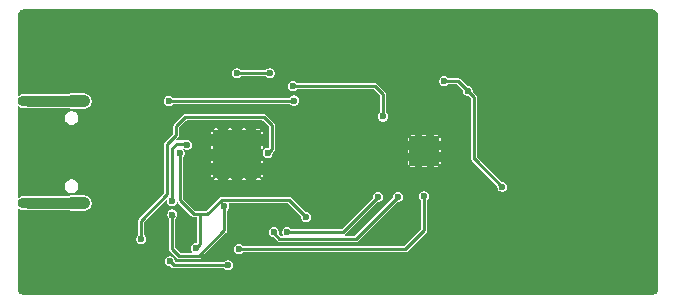
<source format=gbl>
G04 #@! TF.GenerationSoftware,KiCad,Pcbnew,9.0.0*
G04 #@! TF.CreationDate,2025-05-06T12:44:32+02:00*
G04 #@! TF.ProjectId,Headless TEF lite,48656164-6c65-4737-9320-544546206c69,v1.0*
G04 #@! TF.SameCoordinates,Original*
G04 #@! TF.FileFunction,Copper,L2,Bot*
G04 #@! TF.FilePolarity,Positive*
%FSLAX46Y46*%
G04 Gerber Fmt 4.6, Leading zero omitted, Abs format (unit mm)*
G04 Created by KiCad (PCBNEW 9.0.0) date 2025-05-06 12:44:32*
%MOMM*%
%LPD*%
G01*
G04 APERTURE LIST*
G04 Aperture macros list*
%AMRoundRect*
0 Rectangle with rounded corners*
0 $1 Rounding radius*
0 $2 $3 $4 $5 $6 $7 $8 $9 X,Y pos of 4 corners*
0 Add a 4 corners polygon primitive as box body*
4,1,4,$2,$3,$4,$5,$6,$7,$8,$9,$2,$3,0*
0 Add four circle primitives for the rounded corners*
1,1,$1+$1,$2,$3*
1,1,$1+$1,$4,$5*
1,1,$1+$1,$6,$7*
1,1,$1+$1,$8,$9*
0 Add four rect primitives between the rounded corners*
20,1,$1+$1,$2,$3,$4,$5,0*
20,1,$1+$1,$4,$5,$6,$7,0*
20,1,$1+$1,$6,$7,$8,$9,0*
20,1,$1+$1,$8,$9,$2,$3,0*%
G04 Aperture macros list end*
G04 #@! TA.AperFunction,HeatsinkPad*
%ADD10C,0.500000*%
G04 #@! TD*
G04 #@! TA.AperFunction,HeatsinkPad*
%ADD11R,4.100000X4.100000*%
G04 #@! TD*
G04 #@! TA.AperFunction,ComponentPad*
%ADD12O,2.100000X1.050000*%
G04 #@! TD*
G04 #@! TA.AperFunction,ComponentPad*
%ADD13O,1.800000X0.900000*%
G04 #@! TD*
G04 #@! TA.AperFunction,ComponentPad*
%ADD14C,0.970000*%
G04 #@! TD*
G04 #@! TA.AperFunction,SMDPad,CuDef*
%ADD15RoundRect,0.250000X-1.595000X-1.082500X1.595000X-1.082500X1.595000X1.082500X-1.595000X1.082500X0*%
G04 #@! TD*
G04 #@! TA.AperFunction,HeatsinkPad*
%ADD16R,2.500000X2.500000*%
G04 #@! TD*
G04 #@! TA.AperFunction,ViaPad*
%ADD17C,0.600000*%
G04 #@! TD*
G04 #@! TA.AperFunction,ViaPad*
%ADD18C,3.500000*%
G04 #@! TD*
G04 #@! TA.AperFunction,Conductor*
%ADD19C,0.254000*%
G04 #@! TD*
G04 #@! TA.AperFunction,Conductor*
%ADD20C,0.950000*%
G04 #@! TD*
G04 APERTURE END LIST*
D10*
G04 #@! TO.P,U3,49,GND*
G04 #@! TO.N,GND*
X134658900Y-64477800D03*
X134658900Y-63277800D03*
X134658900Y-62077800D03*
X134658900Y-60877800D03*
X133458900Y-64477800D03*
X133458900Y-63277800D03*
X133458900Y-62077800D03*
X133458900Y-60877800D03*
D11*
X132858900Y-62677800D03*
D10*
X132258900Y-64477800D03*
X132258900Y-63277800D03*
X132258900Y-62077800D03*
X132258900Y-60877800D03*
X131058900Y-64477800D03*
X131058900Y-63277800D03*
X131058900Y-62077800D03*
X131058900Y-60877800D03*
G04 #@! TD*
D12*
G04 #@! TO.P,J1,SH1,SHIELD*
G04 #@! TO.N,Net-(J1-SHIELD)*
X119355000Y-58180000D03*
G04 #@! TO.P,J1,SH2,SHIELD_1*
X119355000Y-66820000D03*
D13*
G04 #@! TO.P,J1,SH3,SHIELD_2*
X115175000Y-58180000D03*
G04 #@! TO.P,J1,SH4,SHIELD_3*
X115175000Y-66820000D03*
G04 #@! TD*
D14*
G04 #@! TO.P,J2,2,Ext*
G04 #@! TO.N,GND*
X165176200Y-59007500D03*
X165176200Y-65992500D03*
D15*
X166426200Y-59007500D03*
X166426200Y-65992500D03*
G04 #@! TD*
D10*
G04 #@! TO.P,U1,33,GND*
G04 #@! TO.N,GND*
X149722800Y-63393200D03*
X149722800Y-62393200D03*
X149722800Y-61393200D03*
X148722800Y-63393200D03*
X148722800Y-62393200D03*
D16*
X148722800Y-62393200D03*
D10*
X148722800Y-61393200D03*
X147722800Y-63393200D03*
X147722800Y-62393200D03*
X147722800Y-61393200D03*
G04 #@! TD*
D17*
G04 #@! TO.N,GND*
X155271800Y-69795200D03*
X157454600Y-50698400D03*
X143897800Y-65061800D03*
X144763000Y-53209000D03*
D18*
X118100000Y-72500000D03*
D17*
X162543000Y-55749000D03*
X160003000Y-55749000D03*
X165083000Y-55749000D03*
X139700000Y-53209000D03*
X123427000Y-67890200D03*
X124434600Y-50698400D03*
X142223000Y-73529000D03*
X123427000Y-58238200D03*
X157463000Y-70989000D03*
X154923000Y-53209000D03*
X128253000Y-60829000D03*
X124443000Y-60829000D03*
X139403600Y-60168600D03*
X124697000Y-65909000D03*
X132063000Y-73529000D03*
X124460000Y-53209000D03*
X157463000Y-73529000D03*
X167623000Y-55749000D03*
X137134600Y-50698400D03*
X165083000Y-68449000D03*
X142223000Y-63369000D03*
X160003000Y-53209000D03*
X158809200Y-56527400D03*
X157463000Y-65909000D03*
X154923000Y-70989000D03*
X134603000Y-73529000D03*
X160003000Y-68449000D03*
X149834600Y-50698400D03*
X162543000Y-73529000D03*
X136635000Y-58797000D03*
X126983000Y-60829000D03*
X120810800Y-58547000D03*
X147303000Y-53209000D03*
X149843000Y-53209000D03*
X139606800Y-73529000D03*
X147303000Y-73529000D03*
X129514600Y-50698400D03*
X123427000Y-60575000D03*
X132063000Y-53209000D03*
D18*
X118100000Y-52500000D03*
D17*
X155599400Y-62759400D03*
X154262600Y-65168400D03*
X160511000Y-60924200D03*
X160003000Y-70989000D03*
X130124200Y-56917400D03*
X132054600Y-50698400D03*
X134594600Y-50698400D03*
X119354600Y-68224400D03*
X120887000Y-67179000D03*
X137160000Y-53209000D03*
X167614600Y-50698400D03*
X134196600Y-69270600D03*
X129523000Y-73529000D03*
X160003000Y-73529000D03*
X130124200Y-55799800D03*
X128354600Y-70481000D03*
X154288000Y-62933200D03*
X121894600Y-50698400D03*
X152383000Y-53209000D03*
X167623000Y-68449000D03*
X144763000Y-73529000D03*
X143897800Y-62120600D03*
X147294600Y-50698400D03*
X152374600Y-50698400D03*
X126085600Y-56104600D03*
X144907000Y-69494400D03*
X162543000Y-68449000D03*
X137143000Y-73529000D03*
X134620000Y-53209000D03*
X162543000Y-60829000D03*
X154914600Y-50698400D03*
X154923000Y-73529000D03*
X132063000Y-70989000D03*
X157463000Y-68449000D03*
X159994600Y-50698400D03*
X139674600Y-50698400D03*
X121920000Y-53209000D03*
X151468600Y-67941000D03*
X129540000Y-53209000D03*
D18*
X165700000Y-52500000D03*
D17*
X167623000Y-73529000D03*
X152383000Y-70989000D03*
X123427000Y-66772600D03*
X123427000Y-65451800D03*
X153544600Y-60625800D03*
D18*
X165700000Y-72500000D03*
D17*
X152357600Y-58339800D03*
X167623000Y-70989000D03*
X139403600Y-61286200D03*
X142214600Y-50698400D03*
X160003000Y-65909000D03*
X151157000Y-60009800D03*
X152383000Y-55749000D03*
X152383000Y-73529000D03*
X129015000Y-66645600D03*
X149843000Y-70989000D03*
X157463000Y-53209000D03*
X143264400Y-59762200D03*
X127000000Y-53209000D03*
X162534600Y-50698400D03*
X147702600Y-69084000D03*
X144754600Y-50698400D03*
X126974600Y-50698400D03*
X120777000Y-56388000D03*
X146329400Y-58216800D03*
X139403600Y-66467800D03*
X123427000Y-61895800D03*
G04 #@! TO.N,TEF_ANA*
X155321000Y-65430400D03*
X150395000Y-56491000D03*
X152374600Y-57302400D03*
G04 #@! TO.N,3.3V_DIG*
X127999000Y-62607000D03*
X138716995Y-67994390D03*
X129370600Y-70633400D03*
G04 #@! TO.N,NRST*
X135441200Y-62581600D03*
X124747800Y-69871400D03*
G04 #@! TO.N,SDA*
X144780000Y-66294000D03*
X137109200Y-69270600D03*
G04 #@! TO.N,SCL*
X146481800Y-66294000D03*
X135966200Y-69270600D03*
G04 #@! TO.N,BOOT*
X127160800Y-71751000D03*
X132080000Y-72085200D03*
G04 #@! TO.N,PA8*
X128629181Y-61869274D03*
X127338600Y-66671000D03*
G04 #@! TO.N,PA15*
X127372000Y-67788600D03*
X131783600Y-67077400D03*
G04 #@! TO.N,Net-(U1-I2S_WS)*
X145213400Y-59488200D03*
X137581062Y-56906738D03*
G04 #@! TO.N,Net-(U1-I2S_SD_1)*
X135610600Y-55829200D03*
X132867400Y-55829200D03*
G04 #@! TO.N,Net-(U1-GPIO0)*
X133019800Y-70709600D03*
X148700000Y-66239200D03*
G04 #@! TO.N,Net-(U4-OUT)*
X127059200Y-58162000D03*
X137676400Y-58136600D03*
G04 #@! TD*
D19*
G04 #@! TO.N,TEF_ANA*
X152933400Y-57861200D02*
X152933400Y-63054312D01*
X152374600Y-57302400D02*
X152933400Y-57861200D01*
X155309489Y-65430400D02*
X155321000Y-65430400D01*
X151563200Y-56491000D02*
X152374600Y-57302400D01*
X150395000Y-56491000D02*
X151563200Y-56491000D01*
X152933400Y-63054312D02*
X152991144Y-63112056D01*
X152991144Y-63112056D02*
X155309489Y-65430400D01*
G04 #@! TO.N,3.3V_DIG*
X129717800Y-67765311D02*
X129217801Y-67765311D01*
X137245005Y-66522400D02*
X131553711Y-66522400D01*
X130310800Y-67765311D02*
X129717800Y-67765311D01*
X137245005Y-66522400D02*
X138716995Y-67994390D01*
X131553711Y-66522400D02*
X130310800Y-67765311D01*
X129217801Y-67765311D02*
X127999000Y-66546511D01*
X129717800Y-70286200D02*
X129370600Y-70633400D01*
X129717800Y-67765311D02*
X129717800Y-70286200D01*
X127999000Y-66546511D02*
X127999000Y-62607000D01*
G04 #@! TO.N,NRST*
X124747800Y-68295600D02*
X126956600Y-66086800D01*
X135136400Y-59559000D02*
X135822200Y-60244800D01*
X126956600Y-61800289D02*
X127698000Y-61058889D01*
X126956600Y-66086800D02*
X126956600Y-61800289D01*
X128456200Y-59559000D02*
X135136400Y-59559000D01*
X135822200Y-62200600D02*
X135441200Y-62581600D01*
X124747800Y-69871400D02*
X124747800Y-68295600D01*
X127698000Y-60317200D02*
X128456200Y-59559000D01*
X127698000Y-61058889D02*
X127698000Y-60317200D01*
X135822200Y-60244800D02*
X135822200Y-62200600D01*
G04 #@! TO.N,SDA*
X144780000Y-66294000D02*
X141803400Y-69270600D01*
X141803400Y-69270600D02*
X137109200Y-69270600D01*
G04 #@! TO.N,SCL*
X135966200Y-69367400D02*
X136423400Y-69824600D01*
X146481800Y-66294000D02*
X142951200Y-69824600D01*
X135966200Y-69270600D02*
X135966200Y-69367400D01*
X142951200Y-69824600D02*
X136423400Y-69824600D01*
G04 #@! TO.N,BOOT*
X132080000Y-72085200D02*
X127495000Y-72085200D01*
X127495000Y-72085200D02*
X127160800Y-71751000D01*
G04 #@! TO.N,PA8*
X128535707Y-61775800D02*
X128629181Y-61869274D01*
X127738873Y-61775800D02*
X128535707Y-61775800D01*
X127338600Y-66671000D02*
X127338600Y-62176073D01*
X127338600Y-62176073D02*
X127738873Y-61775800D01*
G04 #@! TO.N,PA15*
X127491000Y-67907600D02*
X127372000Y-67788600D01*
X127915800Y-71261400D02*
X129630727Y-71261400D01*
X131783600Y-69108527D02*
X131783600Y-67077400D01*
X127372000Y-67788600D02*
X127372000Y-70717600D01*
X127372000Y-70717600D02*
X127915800Y-71261400D01*
X129630727Y-71261400D02*
X131783600Y-69108527D01*
D20*
G04 #@! TO.N,Net-(J1-SHIELD)*
X119355000Y-58180000D02*
X115175000Y-58180000D01*
X119355000Y-66820000D02*
X115175000Y-66820000D01*
D19*
G04 #@! TO.N,Net-(U1-I2S_WS)*
X145213400Y-57621800D02*
X145213400Y-59488200D01*
X145213400Y-57621800D02*
X144498338Y-56906738D01*
X144498338Y-56906738D02*
X137581062Y-56906738D01*
G04 #@! TO.N,Net-(U1-I2S_SD_1)*
X135610600Y-55829200D02*
X132867400Y-55829200D01*
G04 #@! TO.N,Net-(U1-GPIO0)*
X133253000Y-70731200D02*
X133231400Y-70709600D01*
X133041400Y-70731200D02*
X133019800Y-70709600D01*
X148700000Y-66239200D02*
X148700000Y-69121600D01*
X148700000Y-69121600D02*
X147090400Y-70731200D01*
X147090400Y-70731200D02*
X133041400Y-70731200D01*
G04 #@! TO.N,Net-(U4-OUT)*
X137676400Y-58136600D02*
X127770400Y-58136600D01*
X127770400Y-58136600D02*
X127084600Y-58136600D01*
X127084600Y-58136600D02*
X127059200Y-58162000D01*
G04 #@! TD*
G04 #@! TA.AperFunction,Conductor*
G04 #@! TO.N,GND*
G36*
X167903487Y-50375892D02*
G01*
X168031968Y-50390369D01*
X168045607Y-50393482D01*
X168164317Y-50435020D01*
X168176921Y-50441090D01*
X168283406Y-50507999D01*
X168294348Y-50516725D01*
X168383274Y-50605651D01*
X168392000Y-50616593D01*
X168458907Y-50723075D01*
X168464980Y-50735685D01*
X168506516Y-50854390D01*
X168509630Y-50868034D01*
X168524107Y-50996512D01*
X168524500Y-51003510D01*
X168524500Y-73996489D01*
X168524107Y-74003487D01*
X168509630Y-74131965D01*
X168506516Y-74145609D01*
X168464980Y-74264314D01*
X168458907Y-74276924D01*
X168392000Y-74383406D01*
X168383274Y-74394348D01*
X168294348Y-74483274D01*
X168283406Y-74492000D01*
X168176924Y-74558907D01*
X168164314Y-74564980D01*
X168045609Y-74606516D01*
X168031965Y-74609630D01*
X167903488Y-74624107D01*
X167896490Y-74624500D01*
X114903510Y-74624500D01*
X114896512Y-74624107D01*
X114768034Y-74609630D01*
X114754390Y-74606516D01*
X114635685Y-74564980D01*
X114623075Y-74558907D01*
X114516593Y-74492000D01*
X114505651Y-74483274D01*
X114416725Y-74394348D01*
X114407999Y-74383406D01*
X114341092Y-74276924D01*
X114335019Y-74264314D01*
X114293483Y-74145609D01*
X114290369Y-74131965D01*
X114287697Y-74108254D01*
X114275893Y-74003487D01*
X114275500Y-73996489D01*
X114275500Y-71694720D01*
X126733300Y-71694720D01*
X126733300Y-71807279D01*
X126733301Y-71807287D01*
X126762432Y-71916008D01*
X126762433Y-71916011D01*
X126818714Y-72013490D01*
X126818719Y-72013496D01*
X126898303Y-72093080D01*
X126898309Y-72093085D01*
X126995788Y-72149366D01*
X126995791Y-72149367D01*
X127104519Y-72178500D01*
X127104520Y-72178500D01*
X127202495Y-72178500D01*
X127246689Y-72196806D01*
X127275676Y-72225793D01*
X127275689Y-72225808D01*
X127350835Y-72300953D01*
X127350837Y-72300955D01*
X127444377Y-72339700D01*
X127545623Y-72339700D01*
X131704036Y-72339700D01*
X131748230Y-72358006D01*
X131817509Y-72427285D01*
X131914988Y-72483566D01*
X131914991Y-72483567D01*
X132023719Y-72512700D01*
X132023720Y-72512700D01*
X132136280Y-72512700D01*
X132136281Y-72512700D01*
X132245009Y-72483567D01*
X132342491Y-72427285D01*
X132422085Y-72347691D01*
X132478367Y-72250209D01*
X132507500Y-72141481D01*
X132507500Y-72028919D01*
X132478367Y-71920191D01*
X132478366Y-71920188D01*
X132422085Y-71822709D01*
X132422080Y-71822703D01*
X132342496Y-71743119D01*
X132342490Y-71743114D01*
X132245011Y-71686833D01*
X132245008Y-71686832D01*
X132136287Y-71657701D01*
X132136282Y-71657700D01*
X132136281Y-71657700D01*
X132023719Y-71657700D01*
X132023718Y-71657700D01*
X132023712Y-71657701D01*
X131914991Y-71686832D01*
X131914988Y-71686833D01*
X131817509Y-71743114D01*
X131817504Y-71743119D01*
X131748230Y-71812394D01*
X131704036Y-71830700D01*
X127650800Y-71830700D01*
X127606606Y-71812394D01*
X127588300Y-71768200D01*
X127588300Y-71694720D01*
X127588298Y-71694712D01*
X127559167Y-71585991D01*
X127559166Y-71585988D01*
X127502885Y-71488509D01*
X127502880Y-71488503D01*
X127423296Y-71408919D01*
X127423290Y-71408914D01*
X127325811Y-71352633D01*
X127325808Y-71352632D01*
X127217087Y-71323501D01*
X127217082Y-71323500D01*
X127217081Y-71323500D01*
X127104519Y-71323500D01*
X127104518Y-71323500D01*
X127104512Y-71323501D01*
X126995791Y-71352632D01*
X126995788Y-71352633D01*
X126898309Y-71408914D01*
X126898303Y-71408919D01*
X126818719Y-71488503D01*
X126818714Y-71488509D01*
X126762433Y-71585988D01*
X126762432Y-71585991D01*
X126733301Y-71694712D01*
X126733300Y-71694720D01*
X114275500Y-71694720D01*
X114275500Y-69815120D01*
X124320300Y-69815120D01*
X124320300Y-69927679D01*
X124320301Y-69927687D01*
X124349432Y-70036408D01*
X124349433Y-70036411D01*
X124405714Y-70133890D01*
X124405719Y-70133896D01*
X124485303Y-70213480D01*
X124485309Y-70213485D01*
X124582788Y-70269766D01*
X124582791Y-70269767D01*
X124691519Y-70298900D01*
X124691520Y-70298900D01*
X124804080Y-70298900D01*
X124804081Y-70298900D01*
X124912809Y-70269767D01*
X125010291Y-70213485D01*
X125089885Y-70133891D01*
X125146167Y-70036409D01*
X125175300Y-69927681D01*
X125175300Y-69815119D01*
X125146167Y-69706391D01*
X125146166Y-69706388D01*
X125089885Y-69608909D01*
X125089880Y-69608903D01*
X125020606Y-69539629D01*
X125002300Y-69495435D01*
X125002300Y-68426906D01*
X125020606Y-68382712D01*
X126804406Y-66598912D01*
X126848600Y-66580606D01*
X126892794Y-66598912D01*
X126911100Y-66643106D01*
X126911100Y-66727279D01*
X126911101Y-66727287D01*
X126940232Y-66836008D01*
X126940233Y-66836011D01*
X126996514Y-66933490D01*
X126996519Y-66933496D01*
X127076103Y-67013080D01*
X127076109Y-67013085D01*
X127173588Y-67069366D01*
X127173591Y-67069367D01*
X127282319Y-67098500D01*
X127282320Y-67098500D01*
X127394880Y-67098500D01*
X127394881Y-67098500D01*
X127503609Y-67069367D01*
X127601091Y-67013085D01*
X127680685Y-66933491D01*
X127736967Y-66836009D01*
X127749442Y-66789450D01*
X127759372Y-66776508D01*
X127765615Y-66761436D01*
X127773417Y-66758203D01*
X127778560Y-66751502D01*
X127794735Y-66749371D01*
X127809808Y-66743128D01*
X127817610Y-66746359D01*
X127825986Y-66745257D01*
X127854003Y-66761432D01*
X127863627Y-66771055D01*
X127863627Y-66771056D01*
X127863629Y-66771057D01*
X128998477Y-67905904D01*
X128998490Y-67905919D01*
X129045267Y-67952695D01*
X129073638Y-67981066D01*
X129167178Y-68019811D01*
X129268424Y-68019811D01*
X129400800Y-68019811D01*
X129444994Y-68038117D01*
X129463300Y-68082311D01*
X129463300Y-70143400D01*
X129444994Y-70187594D01*
X129400800Y-70205900D01*
X129314319Y-70205900D01*
X129314318Y-70205900D01*
X129314312Y-70205901D01*
X129205591Y-70235032D01*
X129205588Y-70235033D01*
X129108109Y-70291314D01*
X129108103Y-70291319D01*
X129028519Y-70370903D01*
X129028514Y-70370909D01*
X128972233Y-70468388D01*
X128972232Y-70468391D01*
X128943101Y-70577112D01*
X128943100Y-70577120D01*
X128943100Y-70689679D01*
X128943101Y-70689687D01*
X128972232Y-70798408D01*
X128972233Y-70798411D01*
X129028514Y-70895890D01*
X129028519Y-70895896D01*
X129032829Y-70900206D01*
X129051135Y-70944400D01*
X129032829Y-70988594D01*
X128988635Y-71006900D01*
X128047105Y-71006900D01*
X128002911Y-70988594D01*
X127644806Y-70630488D01*
X127626500Y-70586294D01*
X127626500Y-68164564D01*
X127644806Y-68120370D01*
X127714085Y-68051091D01*
X127770367Y-67953609D01*
X127799500Y-67844881D01*
X127799500Y-67732319D01*
X127770367Y-67623591D01*
X127770366Y-67623588D01*
X127714085Y-67526109D01*
X127714080Y-67526103D01*
X127634496Y-67446519D01*
X127634490Y-67446514D01*
X127537011Y-67390233D01*
X127537008Y-67390232D01*
X127428287Y-67361101D01*
X127428282Y-67361100D01*
X127428281Y-67361100D01*
X127315719Y-67361100D01*
X127315718Y-67361100D01*
X127315712Y-67361101D01*
X127206991Y-67390232D01*
X127206988Y-67390233D01*
X127109509Y-67446514D01*
X127109503Y-67446519D01*
X127029919Y-67526103D01*
X127029914Y-67526109D01*
X126973633Y-67623588D01*
X126973632Y-67623591D01*
X126944501Y-67732312D01*
X126944500Y-67732320D01*
X126944500Y-67844879D01*
X126944501Y-67844887D01*
X126973632Y-67953608D01*
X126973633Y-67953611D01*
X127029914Y-68051090D01*
X127099194Y-68120370D01*
X127117500Y-68164564D01*
X127117500Y-70666977D01*
X127117500Y-70768223D01*
X127130004Y-70798411D01*
X127156244Y-70861761D01*
X127156245Y-70861763D01*
X127696476Y-71401993D01*
X127696489Y-71402008D01*
X127771635Y-71477153D01*
X127771637Y-71477155D01*
X127865177Y-71515900D01*
X127865179Y-71515900D01*
X129681348Y-71515900D01*
X129681350Y-71515900D01*
X129774890Y-71477155D01*
X130598724Y-70653320D01*
X132592300Y-70653320D01*
X132592300Y-70765879D01*
X132592301Y-70765887D01*
X132621432Y-70874608D01*
X132621433Y-70874611D01*
X132677714Y-70972090D01*
X132677719Y-70972096D01*
X132757303Y-71051680D01*
X132757309Y-71051685D01*
X132854788Y-71107966D01*
X132854791Y-71107967D01*
X132963519Y-71137100D01*
X132963520Y-71137100D01*
X133076080Y-71137100D01*
X133076081Y-71137100D01*
X133184809Y-71107967D01*
X133282291Y-71051685D01*
X133329970Y-71004005D01*
X133374163Y-70985700D01*
X147141021Y-70985700D01*
X147141023Y-70985700D01*
X147234563Y-70946955D01*
X148835371Y-69346144D01*
X148835374Y-69346143D01*
X148844162Y-69337355D01*
X148844163Y-69337355D01*
X148915755Y-69265763D01*
X148954500Y-69172223D01*
X148954500Y-66615164D01*
X148972806Y-66570970D01*
X148987286Y-66556490D01*
X149042085Y-66501691D01*
X149098367Y-66404209D01*
X149127500Y-66295481D01*
X149127500Y-66182919D01*
X149098367Y-66074191D01*
X149098366Y-66074188D01*
X149042085Y-65976709D01*
X149042080Y-65976703D01*
X148962496Y-65897119D01*
X148962490Y-65897114D01*
X148865011Y-65840833D01*
X148865008Y-65840832D01*
X148756287Y-65811701D01*
X148756282Y-65811700D01*
X148756281Y-65811700D01*
X148643719Y-65811700D01*
X148643718Y-65811700D01*
X148643712Y-65811701D01*
X148534991Y-65840832D01*
X148534988Y-65840833D01*
X148437509Y-65897114D01*
X148437503Y-65897119D01*
X148357919Y-65976703D01*
X148357914Y-65976709D01*
X148301633Y-66074188D01*
X148301632Y-66074191D01*
X148272501Y-66182912D01*
X148272500Y-66182920D01*
X148272500Y-66295479D01*
X148272501Y-66295487D01*
X148301632Y-66404208D01*
X148301633Y-66404211D01*
X148357914Y-66501690D01*
X148427194Y-66570970D01*
X148445500Y-66615164D01*
X148445500Y-68990294D01*
X148427194Y-69034488D01*
X147003288Y-70458394D01*
X146959094Y-70476700D01*
X133415054Y-70476700D01*
X133370860Y-70458394D01*
X133364574Y-70450203D01*
X133364376Y-70450356D01*
X133361880Y-70447103D01*
X133282296Y-70367519D01*
X133282290Y-70367514D01*
X133184811Y-70311233D01*
X133184808Y-70311232D01*
X133076087Y-70282101D01*
X133076082Y-70282100D01*
X133076081Y-70282100D01*
X132963519Y-70282100D01*
X132963518Y-70282100D01*
X132963512Y-70282101D01*
X132854791Y-70311232D01*
X132854788Y-70311233D01*
X132757309Y-70367514D01*
X132757303Y-70367519D01*
X132677719Y-70447103D01*
X132677714Y-70447109D01*
X132621433Y-70544588D01*
X132621432Y-70544591D01*
X132592301Y-70653312D01*
X132592300Y-70653320D01*
X130598724Y-70653320D01*
X131918971Y-69333071D01*
X131918974Y-69333070D01*
X131927762Y-69324282D01*
X131927763Y-69324282D01*
X131999355Y-69252690D01*
X132015248Y-69214320D01*
X135538700Y-69214320D01*
X135538700Y-69326879D01*
X135538701Y-69326887D01*
X135567832Y-69435608D01*
X135567833Y-69435611D01*
X135624114Y-69533090D01*
X135624119Y-69533096D01*
X135703703Y-69612680D01*
X135703709Y-69612685D01*
X135801188Y-69668966D01*
X135801191Y-69668967D01*
X135909919Y-69698100D01*
X135911094Y-69698100D01*
X135911640Y-69698326D01*
X135913978Y-69698634D01*
X135913895Y-69699260D01*
X135955288Y-69716406D01*
X136204076Y-69965193D01*
X136204089Y-69965208D01*
X136275290Y-70036408D01*
X136279237Y-70040355D01*
X136345379Y-70067751D01*
X136372776Y-70079100D01*
X143001821Y-70079100D01*
X143001823Y-70079100D01*
X143095363Y-70040355D01*
X146395910Y-66739805D01*
X146440104Y-66721500D01*
X146538080Y-66721500D01*
X146538081Y-66721500D01*
X146646809Y-66692367D01*
X146649742Y-66690674D01*
X146667412Y-66680471D01*
X146744291Y-66636085D01*
X146823885Y-66556491D01*
X146880167Y-66459009D01*
X146909300Y-66350281D01*
X146909300Y-66237719D01*
X146880167Y-66128991D01*
X146880166Y-66128988D01*
X146823885Y-66031509D01*
X146823880Y-66031503D01*
X146744296Y-65951919D01*
X146744290Y-65951914D01*
X146646811Y-65895633D01*
X146646808Y-65895632D01*
X146538087Y-65866501D01*
X146538082Y-65866500D01*
X146538081Y-65866500D01*
X146425519Y-65866500D01*
X146425518Y-65866500D01*
X146425512Y-65866501D01*
X146316791Y-65895632D01*
X146316788Y-65895633D01*
X146219309Y-65951914D01*
X146219303Y-65951919D01*
X146139719Y-66031503D01*
X146139714Y-66031509D01*
X146083433Y-66128988D01*
X146083432Y-66128991D01*
X146054301Y-66237712D01*
X146054300Y-66237720D01*
X146054300Y-66335694D01*
X146035994Y-66379888D01*
X142864088Y-69551794D01*
X142819894Y-69570100D01*
X142014706Y-69570100D01*
X141970512Y-69551794D01*
X141952206Y-69507600D01*
X141970512Y-69463406D01*
X144011419Y-67422498D01*
X144694110Y-66739805D01*
X144738304Y-66721500D01*
X144836280Y-66721500D01*
X144836281Y-66721500D01*
X144945009Y-66692367D01*
X144947942Y-66690674D01*
X144965612Y-66680471D01*
X145042491Y-66636085D01*
X145122085Y-66556491D01*
X145178367Y-66459009D01*
X145207500Y-66350281D01*
X145207500Y-66237719D01*
X145178367Y-66128991D01*
X145178366Y-66128988D01*
X145122085Y-66031509D01*
X145122080Y-66031503D01*
X145042496Y-65951919D01*
X145042490Y-65951914D01*
X144945011Y-65895633D01*
X144945008Y-65895632D01*
X144836287Y-65866501D01*
X144836282Y-65866500D01*
X144836281Y-65866500D01*
X144723719Y-65866500D01*
X144723718Y-65866500D01*
X144723712Y-65866501D01*
X144614991Y-65895632D01*
X144614988Y-65895633D01*
X144517509Y-65951914D01*
X144517503Y-65951919D01*
X144437919Y-66031503D01*
X144437914Y-66031509D01*
X144381633Y-66128988D01*
X144381632Y-66128991D01*
X144352501Y-66237712D01*
X144352500Y-66237720D01*
X144352500Y-66335694D01*
X144334194Y-66379888D01*
X141716288Y-68997794D01*
X141672094Y-69016100D01*
X137485164Y-69016100D01*
X137440970Y-68997794D01*
X137371690Y-68928514D01*
X137274211Y-68872233D01*
X137274208Y-68872232D01*
X137165487Y-68843101D01*
X137165482Y-68843100D01*
X137165481Y-68843100D01*
X137052919Y-68843100D01*
X137052918Y-68843100D01*
X137052912Y-68843101D01*
X136944191Y-68872232D01*
X136944188Y-68872233D01*
X136846709Y-68928514D01*
X136846703Y-68928519D01*
X136767119Y-69008103D01*
X136767114Y-69008109D01*
X136710833Y-69105588D01*
X136710832Y-69105591D01*
X136681701Y-69214312D01*
X136681700Y-69214320D01*
X136681700Y-69326879D01*
X136681701Y-69326887D01*
X136710832Y-69435608D01*
X136710835Y-69435614D01*
X136734354Y-69476350D01*
X136736483Y-69492524D01*
X136742728Y-69507600D01*
X136739495Y-69515403D01*
X136740598Y-69523776D01*
X136730666Y-69536719D01*
X136724422Y-69551794D01*
X136716618Y-69555026D01*
X136711478Y-69561726D01*
X136680228Y-69570100D01*
X136554705Y-69570100D01*
X136510511Y-69551794D01*
X136396370Y-69437653D01*
X136378064Y-69393459D01*
X136380192Y-69377289D01*
X136393700Y-69326881D01*
X136393700Y-69214319D01*
X136364567Y-69105591D01*
X136364566Y-69105588D01*
X136308285Y-69008109D01*
X136308280Y-69008103D01*
X136228696Y-68928519D01*
X136228690Y-68928514D01*
X136131211Y-68872233D01*
X136131208Y-68872232D01*
X136022487Y-68843101D01*
X136022482Y-68843100D01*
X136022481Y-68843100D01*
X135909919Y-68843100D01*
X135909918Y-68843100D01*
X135909912Y-68843101D01*
X135801191Y-68872232D01*
X135801188Y-68872233D01*
X135703709Y-68928514D01*
X135703703Y-68928519D01*
X135624119Y-69008103D01*
X135624114Y-69008109D01*
X135567833Y-69105588D01*
X135567832Y-69105591D01*
X135538701Y-69214312D01*
X135538700Y-69214320D01*
X132015248Y-69214320D01*
X132038100Y-69159150D01*
X132038100Y-67453364D01*
X132056406Y-67409170D01*
X132075344Y-67390232D01*
X132125685Y-67339891D01*
X132181967Y-67242409D01*
X132211100Y-67133681D01*
X132211100Y-67021119D01*
X132181967Y-66912391D01*
X132181966Y-66912388D01*
X132157868Y-66870651D01*
X132151623Y-66823225D01*
X132180743Y-66785274D01*
X132211994Y-66776900D01*
X137113699Y-66776900D01*
X137157893Y-66795206D01*
X138271189Y-67908501D01*
X138289495Y-67952695D01*
X138289495Y-68050669D01*
X138289496Y-68050677D01*
X138318627Y-68159398D01*
X138318628Y-68159401D01*
X138374909Y-68256880D01*
X138374914Y-68256886D01*
X138454498Y-68336470D01*
X138454504Y-68336475D01*
X138551983Y-68392756D01*
X138551986Y-68392757D01*
X138660714Y-68421890D01*
X138660715Y-68421890D01*
X138773275Y-68421890D01*
X138773276Y-68421890D01*
X138882004Y-68392757D01*
X138979486Y-68336475D01*
X139059080Y-68256881D01*
X139115362Y-68159399D01*
X139144495Y-68050671D01*
X139144495Y-67938109D01*
X139115362Y-67829381D01*
X139115361Y-67829378D01*
X139059080Y-67731899D01*
X139059075Y-67731893D01*
X138979491Y-67652309D01*
X138979485Y-67652304D01*
X138882006Y-67596023D01*
X138882003Y-67596022D01*
X138773282Y-67566891D01*
X138773277Y-67566890D01*
X138773276Y-67566890D01*
X138675300Y-67566890D01*
X138631106Y-67548584D01*
X138016018Y-66933496D01*
X137389168Y-66306645D01*
X137295628Y-66267900D01*
X137295627Y-66267900D01*
X131611615Y-66267900D01*
X131611607Y-66267899D01*
X131604334Y-66267899D01*
X131503088Y-66267899D01*
X131503085Y-66267899D01*
X131409551Y-66306642D01*
X131409546Y-66306646D01*
X130223688Y-67492505D01*
X130179494Y-67510811D01*
X129349106Y-67510811D01*
X129304912Y-67492505D01*
X128271806Y-66459399D01*
X128253500Y-66415205D01*
X128253500Y-64805546D01*
X130872574Y-64805546D01*
X130913383Y-64829108D01*
X130913386Y-64829109D01*
X131009260Y-64854798D01*
X131009268Y-64854800D01*
X131108532Y-64854800D01*
X131108539Y-64854798D01*
X131204416Y-64829108D01*
X131204418Y-64829107D01*
X131245224Y-64805546D01*
X132072574Y-64805546D01*
X132113383Y-64829108D01*
X132113386Y-64829109D01*
X132209260Y-64854798D01*
X132209268Y-64854800D01*
X132308532Y-64854800D01*
X132308539Y-64854798D01*
X132404416Y-64829108D01*
X132404418Y-64829107D01*
X132445224Y-64805546D01*
X133272574Y-64805546D01*
X133313383Y-64829108D01*
X133313386Y-64829109D01*
X133409260Y-64854798D01*
X133409268Y-64854800D01*
X133508532Y-64854800D01*
X133508539Y-64854798D01*
X133604416Y-64829108D01*
X133604418Y-64829107D01*
X133645224Y-64805546D01*
X134472574Y-64805546D01*
X134513383Y-64829108D01*
X134513386Y-64829109D01*
X134609260Y-64854798D01*
X134609268Y-64854800D01*
X134708532Y-64854800D01*
X134708539Y-64854798D01*
X134804416Y-64829108D01*
X134804418Y-64829107D01*
X134845224Y-64805546D01*
X134658900Y-64619222D01*
X134472574Y-64805546D01*
X133645224Y-64805546D01*
X133458900Y-64619222D01*
X133272574Y-64805546D01*
X132445224Y-64805546D01*
X132258900Y-64619222D01*
X132072574Y-64805546D01*
X131245224Y-64805546D01*
X131058900Y-64619222D01*
X130872574Y-64805546D01*
X128253500Y-64805546D01*
X128253500Y-64428168D01*
X130681900Y-64428168D01*
X130681900Y-64527431D01*
X130681901Y-64527439D01*
X130707590Y-64623313D01*
X130707591Y-64623316D01*
X130731152Y-64664124D01*
X130917478Y-64477799D01*
X130897588Y-64457909D01*
X130958900Y-64457909D01*
X130958900Y-64497691D01*
X130974124Y-64534445D01*
X131002255Y-64562576D01*
X131039009Y-64577800D01*
X131078791Y-64577800D01*
X131115545Y-64562576D01*
X131143676Y-64534445D01*
X131158900Y-64497691D01*
X131158900Y-64477799D01*
X131200322Y-64477799D01*
X131200322Y-64477800D01*
X131386646Y-64664124D01*
X131410207Y-64623318D01*
X131410208Y-64623316D01*
X131435898Y-64527439D01*
X131435900Y-64527431D01*
X131435900Y-64428168D01*
X131881900Y-64428168D01*
X131881900Y-64527431D01*
X131881901Y-64527439D01*
X131907590Y-64623313D01*
X131907591Y-64623316D01*
X131931152Y-64664124D01*
X132117478Y-64477800D01*
X132117478Y-64477799D01*
X132097588Y-64457909D01*
X132158900Y-64457909D01*
X132158900Y-64497691D01*
X132174124Y-64534445D01*
X132202255Y-64562576D01*
X132239009Y-64577800D01*
X132278791Y-64577800D01*
X132315545Y-64562576D01*
X132343676Y-64534445D01*
X132358900Y-64497691D01*
X132358900Y-64477799D01*
X132400322Y-64477799D01*
X132400322Y-64477800D01*
X132586646Y-64664124D01*
X132610207Y-64623318D01*
X132610208Y-64623316D01*
X132635898Y-64527439D01*
X132635900Y-64527431D01*
X132635900Y-64428168D01*
X133081900Y-64428168D01*
X133081900Y-64527431D01*
X133081901Y-64527439D01*
X133107590Y-64623313D01*
X133107591Y-64623316D01*
X133131152Y-64664124D01*
X133317478Y-64477799D01*
X133297588Y-64457909D01*
X133358900Y-64457909D01*
X133358900Y-64497691D01*
X133374124Y-64534445D01*
X133402255Y-64562576D01*
X133439009Y-64577800D01*
X133478791Y-64577800D01*
X133515545Y-64562576D01*
X133543676Y-64534445D01*
X133558900Y-64497691D01*
X133558900Y-64477799D01*
X133600322Y-64477799D01*
X133600322Y-64477800D01*
X133786646Y-64664124D01*
X133810207Y-64623318D01*
X133810208Y-64623316D01*
X133835898Y-64527439D01*
X133835900Y-64527431D01*
X133835900Y-64428168D01*
X134281900Y-64428168D01*
X134281900Y-64527431D01*
X134281901Y-64527439D01*
X134307590Y-64623313D01*
X134307591Y-64623316D01*
X134331152Y-64664124D01*
X134517478Y-64477799D01*
X134497588Y-64457909D01*
X134558900Y-64457909D01*
X134558900Y-64497691D01*
X134574124Y-64534445D01*
X134602255Y-64562576D01*
X134639009Y-64577800D01*
X134678791Y-64577800D01*
X134715545Y-64562576D01*
X134743676Y-64534445D01*
X134758900Y-64497691D01*
X134758900Y-64477799D01*
X134800322Y-64477799D01*
X134800322Y-64477800D01*
X134986646Y-64664124D01*
X135010207Y-64623318D01*
X135010208Y-64623316D01*
X135035898Y-64527439D01*
X135035900Y-64527431D01*
X135035900Y-64428168D01*
X135035898Y-64428160D01*
X135010209Y-64332286D01*
X135010208Y-64332283D01*
X134986646Y-64291474D01*
X134800322Y-64477799D01*
X134758900Y-64477799D01*
X134758900Y-64457909D01*
X134743676Y-64421155D01*
X134715545Y-64393024D01*
X134678791Y-64377800D01*
X134639009Y-64377800D01*
X134602255Y-64393024D01*
X134574124Y-64421155D01*
X134558900Y-64457909D01*
X134497588Y-64457909D01*
X134331152Y-64291473D01*
X134331151Y-64291473D01*
X134307593Y-64332279D01*
X134307590Y-64332287D01*
X134281901Y-64428160D01*
X134281900Y-64428168D01*
X133835900Y-64428168D01*
X133835898Y-64428160D01*
X133810209Y-64332286D01*
X133810208Y-64332283D01*
X133786646Y-64291474D01*
X133600322Y-64477799D01*
X133558900Y-64477799D01*
X133558900Y-64457909D01*
X133543676Y-64421155D01*
X133515545Y-64393024D01*
X133478791Y-64377800D01*
X133439009Y-64377800D01*
X133402255Y-64393024D01*
X133374124Y-64421155D01*
X133358900Y-64457909D01*
X133297588Y-64457909D01*
X133131152Y-64291473D01*
X133131151Y-64291473D01*
X133107593Y-64332279D01*
X133107590Y-64332287D01*
X133081901Y-64428160D01*
X133081900Y-64428168D01*
X132635900Y-64428168D01*
X132635898Y-64428160D01*
X132610209Y-64332286D01*
X132610208Y-64332283D01*
X132586646Y-64291474D01*
X132400322Y-64477799D01*
X132358900Y-64477799D01*
X132358900Y-64457909D01*
X132343676Y-64421155D01*
X132315545Y-64393024D01*
X132278791Y-64377800D01*
X132239009Y-64377800D01*
X132202255Y-64393024D01*
X132174124Y-64421155D01*
X132158900Y-64457909D01*
X132097588Y-64457909D01*
X131931152Y-64291473D01*
X131931151Y-64291473D01*
X131907593Y-64332279D01*
X131907590Y-64332287D01*
X131881901Y-64428160D01*
X131881900Y-64428168D01*
X131435900Y-64428168D01*
X131435898Y-64428160D01*
X131410209Y-64332286D01*
X131410208Y-64332283D01*
X131386646Y-64291474D01*
X131200322Y-64477799D01*
X131158900Y-64477799D01*
X131158900Y-64457909D01*
X131143676Y-64421155D01*
X131115545Y-64393024D01*
X131078791Y-64377800D01*
X131039009Y-64377800D01*
X131002255Y-64393024D01*
X130974124Y-64421155D01*
X130958900Y-64457909D01*
X130897588Y-64457909D01*
X130731152Y-64291473D01*
X130731151Y-64291473D01*
X130707593Y-64332279D01*
X130707590Y-64332287D01*
X130681901Y-64428160D01*
X130681900Y-64428168D01*
X128253500Y-64428168D01*
X128253500Y-64150051D01*
X130872573Y-64150051D01*
X130872573Y-64150052D01*
X131058899Y-64336378D01*
X131245225Y-64150052D01*
X131245223Y-64150051D01*
X132072573Y-64150051D01*
X132072573Y-64150052D01*
X132258899Y-64336378D01*
X132445225Y-64150052D01*
X132445223Y-64150051D01*
X133272573Y-64150051D01*
X133272573Y-64150052D01*
X133458899Y-64336378D01*
X133645225Y-64150052D01*
X133645223Y-64150051D01*
X134472573Y-64150051D01*
X134472573Y-64150052D01*
X134658899Y-64336378D01*
X134845225Y-64150052D01*
X134804416Y-64126491D01*
X134804413Y-64126490D01*
X134708539Y-64100801D01*
X134708532Y-64100800D01*
X134609268Y-64100800D01*
X134609260Y-64100801D01*
X134513387Y-64126490D01*
X134513379Y-64126493D01*
X134472573Y-64150051D01*
X133645223Y-64150051D01*
X133604416Y-64126491D01*
X133604413Y-64126490D01*
X133508539Y-64100801D01*
X133508532Y-64100800D01*
X133409268Y-64100800D01*
X133409260Y-64100801D01*
X133313387Y-64126490D01*
X133313379Y-64126493D01*
X133272573Y-64150051D01*
X132445223Y-64150051D01*
X132404416Y-64126491D01*
X132404413Y-64126490D01*
X132308539Y-64100801D01*
X132308532Y-64100800D01*
X132209268Y-64100800D01*
X132209260Y-64100801D01*
X132113387Y-64126490D01*
X132113379Y-64126493D01*
X132072573Y-64150051D01*
X131245223Y-64150051D01*
X131204416Y-64126491D01*
X131204413Y-64126490D01*
X131108539Y-64100801D01*
X131108532Y-64100800D01*
X131009268Y-64100800D01*
X131009260Y-64100801D01*
X130913387Y-64126490D01*
X130913379Y-64126493D01*
X130872573Y-64150051D01*
X128253500Y-64150051D01*
X128253500Y-63720946D01*
X147536474Y-63720946D01*
X147577283Y-63744508D01*
X147577286Y-63744509D01*
X147673160Y-63770198D01*
X147673168Y-63770200D01*
X147772432Y-63770200D01*
X147772439Y-63770198D01*
X147868316Y-63744508D01*
X147868318Y-63744507D01*
X147909124Y-63720946D01*
X148536474Y-63720946D01*
X148577283Y-63744508D01*
X148577286Y-63744509D01*
X148673160Y-63770198D01*
X148673168Y-63770200D01*
X148772432Y-63770200D01*
X148772439Y-63770198D01*
X148868316Y-63744508D01*
X148868318Y-63744507D01*
X148909124Y-63720946D01*
X149536474Y-63720946D01*
X149577283Y-63744508D01*
X149577286Y-63744509D01*
X149673160Y-63770198D01*
X149673168Y-63770200D01*
X149772432Y-63770200D01*
X149772439Y-63770198D01*
X149868316Y-63744508D01*
X149868318Y-63744507D01*
X149909124Y-63720946D01*
X149722800Y-63534622D01*
X149536474Y-63720946D01*
X148909124Y-63720946D01*
X148722800Y-63534622D01*
X148536474Y-63720946D01*
X147909124Y-63720946D01*
X147722800Y-63534622D01*
X147536474Y-63720946D01*
X128253500Y-63720946D01*
X128253500Y-63605546D01*
X130872574Y-63605546D01*
X130913383Y-63629108D01*
X130913386Y-63629109D01*
X131009260Y-63654798D01*
X131009268Y-63654800D01*
X131108532Y-63654800D01*
X131108539Y-63654798D01*
X131204416Y-63629108D01*
X131204418Y-63629107D01*
X131245224Y-63605546D01*
X132072574Y-63605546D01*
X132113383Y-63629108D01*
X132113386Y-63629109D01*
X132209260Y-63654798D01*
X132209268Y-63654800D01*
X132308532Y-63654800D01*
X132308539Y-63654798D01*
X132404416Y-63629108D01*
X132404418Y-63629107D01*
X132445224Y-63605546D01*
X133272574Y-63605546D01*
X133313383Y-63629108D01*
X133313386Y-63629109D01*
X133409260Y-63654798D01*
X133409268Y-63654800D01*
X133508532Y-63654800D01*
X133508539Y-63654798D01*
X133604416Y-63629108D01*
X133604418Y-63629107D01*
X133645224Y-63605546D01*
X134472574Y-63605546D01*
X134513383Y-63629108D01*
X134513386Y-63629109D01*
X134609260Y-63654798D01*
X134609268Y-63654800D01*
X134708532Y-63654800D01*
X134708539Y-63654798D01*
X134770571Y-63638177D01*
X134770572Y-63638177D01*
X134804417Y-63629107D01*
X134804418Y-63629107D01*
X134845224Y-63605546D01*
X134658900Y-63419222D01*
X134472574Y-63605546D01*
X133645224Y-63605546D01*
X133458900Y-63419222D01*
X133272574Y-63605546D01*
X132445224Y-63605546D01*
X132258900Y-63419222D01*
X132072574Y-63605546D01*
X131245224Y-63605546D01*
X131058900Y-63419222D01*
X130872574Y-63605546D01*
X128253500Y-63605546D01*
X128253500Y-63228168D01*
X130681900Y-63228168D01*
X130681900Y-63327431D01*
X130681901Y-63327439D01*
X130707590Y-63423313D01*
X130707591Y-63423316D01*
X130731152Y-63464124D01*
X130917478Y-63277799D01*
X130897588Y-63257909D01*
X130958900Y-63257909D01*
X130958900Y-63297691D01*
X130974124Y-63334445D01*
X131002255Y-63362576D01*
X131039009Y-63377800D01*
X131078791Y-63377800D01*
X131115545Y-63362576D01*
X131143676Y-63334445D01*
X131158900Y-63297691D01*
X131158900Y-63277799D01*
X131200322Y-63277799D01*
X131200322Y-63277800D01*
X131386646Y-63464124D01*
X131410207Y-63423318D01*
X131410208Y-63423316D01*
X131435898Y-63327439D01*
X131435900Y-63327431D01*
X131435900Y-63228168D01*
X131881900Y-63228168D01*
X131881900Y-63327431D01*
X131881901Y-63327439D01*
X131907590Y-63423313D01*
X131907591Y-63423316D01*
X131931152Y-63464124D01*
X132117478Y-63277800D01*
X132117478Y-63277799D01*
X132097588Y-63257909D01*
X132158900Y-63257909D01*
X132158900Y-63297691D01*
X132174124Y-63334445D01*
X132202255Y-63362576D01*
X132239009Y-63377800D01*
X132278791Y-63377800D01*
X132315545Y-63362576D01*
X132343676Y-63334445D01*
X132358900Y-63297691D01*
X132358900Y-63277799D01*
X132400322Y-63277799D01*
X132400322Y-63277800D01*
X132586646Y-63464124D01*
X132610207Y-63423318D01*
X132610208Y-63423316D01*
X132635898Y-63327439D01*
X132635900Y-63327431D01*
X132635900Y-63228168D01*
X133081900Y-63228168D01*
X133081900Y-63327431D01*
X133081901Y-63327439D01*
X133107590Y-63423313D01*
X133107591Y-63423316D01*
X133131152Y-63464124D01*
X133317478Y-63277799D01*
X133297588Y-63257909D01*
X133358900Y-63257909D01*
X133358900Y-63297691D01*
X133374124Y-63334445D01*
X133402255Y-63362576D01*
X133439009Y-63377800D01*
X133478791Y-63377800D01*
X133515545Y-63362576D01*
X133543676Y-63334445D01*
X133558900Y-63297691D01*
X133558900Y-63277799D01*
X133600322Y-63277799D01*
X133600322Y-63277800D01*
X133786646Y-63464124D01*
X133810207Y-63423318D01*
X133810208Y-63423316D01*
X133835898Y-63327439D01*
X133835900Y-63327431D01*
X133835900Y-63228168D01*
X134281900Y-63228168D01*
X134281900Y-63327431D01*
X134281901Y-63327439D01*
X134307590Y-63423313D01*
X134307591Y-63423316D01*
X134331152Y-63464124D01*
X134517478Y-63277799D01*
X134497588Y-63257909D01*
X134558900Y-63257909D01*
X134558900Y-63297691D01*
X134574124Y-63334445D01*
X134602255Y-63362576D01*
X134639009Y-63377800D01*
X134678791Y-63377800D01*
X134715545Y-63362576D01*
X134743676Y-63334445D01*
X134758900Y-63297691D01*
X134758900Y-63277799D01*
X134800322Y-63277799D01*
X134800322Y-63277800D01*
X134986646Y-63464124D01*
X135010207Y-63423318D01*
X135010208Y-63423316D01*
X135031576Y-63343568D01*
X147345800Y-63343568D01*
X147345800Y-63442831D01*
X147345801Y-63442839D01*
X147371490Y-63538713D01*
X147371491Y-63538716D01*
X147395052Y-63579524D01*
X147581378Y-63393199D01*
X147561488Y-63373309D01*
X147622800Y-63373309D01*
X147622800Y-63413091D01*
X147638024Y-63449845D01*
X147666155Y-63477976D01*
X147702909Y-63493200D01*
X147742691Y-63493200D01*
X147779445Y-63477976D01*
X147807576Y-63449845D01*
X147822800Y-63413091D01*
X147822800Y-63393199D01*
X147864222Y-63393199D01*
X147864222Y-63393200D01*
X148050546Y-63579524D01*
X148074107Y-63538718D01*
X148074108Y-63538716D01*
X148099798Y-63442839D01*
X148099800Y-63442831D01*
X148099800Y-63343568D01*
X148345800Y-63343568D01*
X148345800Y-63442831D01*
X148345801Y-63442839D01*
X148371490Y-63538713D01*
X148371491Y-63538716D01*
X148395052Y-63579524D01*
X148581378Y-63393200D01*
X148581378Y-63393199D01*
X148561488Y-63373309D01*
X148622800Y-63373309D01*
X148622800Y-63413091D01*
X148638024Y-63449845D01*
X148666155Y-63477976D01*
X148702909Y-63493200D01*
X148742691Y-63493200D01*
X148779445Y-63477976D01*
X148807576Y-63449845D01*
X148822800Y-63413091D01*
X148822800Y-63393199D01*
X148864222Y-63393199D01*
X148864222Y-63393200D01*
X149050546Y-63579524D01*
X149074107Y-63538718D01*
X149074108Y-63538716D01*
X149099798Y-63442839D01*
X149099800Y-63442831D01*
X149099800Y-63343568D01*
X149345800Y-63343568D01*
X149345800Y-63442831D01*
X149345801Y-63442839D01*
X149371490Y-63538713D01*
X149371491Y-63538716D01*
X149395052Y-63579524D01*
X149581378Y-63393199D01*
X149561488Y-63373309D01*
X149622800Y-63373309D01*
X149622800Y-63413091D01*
X149638024Y-63449845D01*
X149666155Y-63477976D01*
X149702909Y-63493200D01*
X149742691Y-63493200D01*
X149779445Y-63477976D01*
X149807576Y-63449845D01*
X149822800Y-63413091D01*
X149822800Y-63393199D01*
X149864222Y-63393199D01*
X149864222Y-63393200D01*
X150050546Y-63579524D01*
X150074107Y-63538718D01*
X150074108Y-63538716D01*
X150099798Y-63442839D01*
X150099800Y-63442831D01*
X150099800Y-63343568D01*
X150099798Y-63343560D01*
X150074109Y-63247686D01*
X150074108Y-63247683D01*
X150050546Y-63206874D01*
X149864222Y-63393199D01*
X149822800Y-63393199D01*
X149822800Y-63373309D01*
X149807576Y-63336555D01*
X149779445Y-63308424D01*
X149742691Y-63293200D01*
X149702909Y-63293200D01*
X149666155Y-63308424D01*
X149638024Y-63336555D01*
X149622800Y-63373309D01*
X149561488Y-63373309D01*
X149395052Y-63206873D01*
X149395051Y-63206873D01*
X149371493Y-63247679D01*
X149371490Y-63247687D01*
X149345801Y-63343560D01*
X149345800Y-63343568D01*
X149099800Y-63343568D01*
X149099798Y-63343560D01*
X149074109Y-63247686D01*
X149074108Y-63247683D01*
X149050546Y-63206874D01*
X148864222Y-63393199D01*
X148822800Y-63393199D01*
X148822800Y-63373309D01*
X148807576Y-63336555D01*
X148779445Y-63308424D01*
X148742691Y-63293200D01*
X148702909Y-63293200D01*
X148666155Y-63308424D01*
X148638024Y-63336555D01*
X148622800Y-63373309D01*
X148561488Y-63373309D01*
X148395052Y-63206873D01*
X148395051Y-63206873D01*
X148371493Y-63247679D01*
X148371490Y-63247687D01*
X148345801Y-63343560D01*
X148345800Y-63343568D01*
X148099800Y-63343568D01*
X148099798Y-63343560D01*
X148074109Y-63247686D01*
X148074108Y-63247683D01*
X148050546Y-63206874D01*
X147864222Y-63393199D01*
X147822800Y-63393199D01*
X147822800Y-63373309D01*
X147807576Y-63336555D01*
X147779445Y-63308424D01*
X147742691Y-63293200D01*
X147702909Y-63293200D01*
X147666155Y-63308424D01*
X147638024Y-63336555D01*
X147622800Y-63373309D01*
X147561488Y-63373309D01*
X147395052Y-63206873D01*
X147395051Y-63206873D01*
X147371493Y-63247679D01*
X147371490Y-63247687D01*
X147345801Y-63343560D01*
X147345800Y-63343568D01*
X135031576Y-63343568D01*
X135035899Y-63327436D01*
X135035900Y-63327434D01*
X135035900Y-63228168D01*
X135035898Y-63228160D01*
X135010209Y-63132286D01*
X135010206Y-63132279D01*
X135002598Y-63119101D01*
X135002597Y-63119100D01*
X134986647Y-63091474D01*
X134800322Y-63277799D01*
X134758900Y-63277799D01*
X134758900Y-63257909D01*
X134743676Y-63221155D01*
X134715545Y-63193024D01*
X134678791Y-63177800D01*
X134639009Y-63177800D01*
X134602255Y-63193024D01*
X134574124Y-63221155D01*
X134558900Y-63257909D01*
X134497588Y-63257909D01*
X134331152Y-63091473D01*
X134331151Y-63091473D01*
X134307593Y-63132279D01*
X134307590Y-63132287D01*
X134281901Y-63228160D01*
X134281900Y-63228168D01*
X133835900Y-63228168D01*
X133835898Y-63228160D01*
X133810209Y-63132286D01*
X133810208Y-63132283D01*
X133786646Y-63091474D01*
X133600322Y-63277799D01*
X133558900Y-63277799D01*
X133558900Y-63257909D01*
X133543676Y-63221155D01*
X133515545Y-63193024D01*
X133478791Y-63177800D01*
X133439009Y-63177800D01*
X133402255Y-63193024D01*
X133374124Y-63221155D01*
X133358900Y-63257909D01*
X133297588Y-63257909D01*
X133131152Y-63091473D01*
X133131151Y-63091473D01*
X133107593Y-63132279D01*
X133107590Y-63132287D01*
X133081901Y-63228160D01*
X133081900Y-63228168D01*
X132635900Y-63228168D01*
X132635898Y-63228160D01*
X132610209Y-63132286D01*
X132610208Y-63132283D01*
X132586646Y-63091474D01*
X132400322Y-63277799D01*
X132358900Y-63277799D01*
X132358900Y-63257909D01*
X132343676Y-63221155D01*
X132315545Y-63193024D01*
X132278791Y-63177800D01*
X132239009Y-63177800D01*
X132202255Y-63193024D01*
X132174124Y-63221155D01*
X132158900Y-63257909D01*
X132097588Y-63257909D01*
X131931152Y-63091473D01*
X131931151Y-63091473D01*
X131907593Y-63132279D01*
X131907590Y-63132287D01*
X131881901Y-63228160D01*
X131881900Y-63228168D01*
X131435900Y-63228168D01*
X131435898Y-63228160D01*
X131410209Y-63132286D01*
X131410208Y-63132283D01*
X131386646Y-63091474D01*
X131200322Y-63277799D01*
X131158900Y-63277799D01*
X131158900Y-63257909D01*
X131143676Y-63221155D01*
X131115545Y-63193024D01*
X131078791Y-63177800D01*
X131039009Y-63177800D01*
X131002255Y-63193024D01*
X130974124Y-63221155D01*
X130958900Y-63257909D01*
X130897588Y-63257909D01*
X130731152Y-63091473D01*
X130731151Y-63091473D01*
X130707593Y-63132279D01*
X130707590Y-63132287D01*
X130681901Y-63228160D01*
X130681900Y-63228168D01*
X128253500Y-63228168D01*
X128253500Y-62982964D01*
X128267133Y-62950051D01*
X130872573Y-62950051D01*
X130872573Y-62950052D01*
X131058899Y-63136378D01*
X131245225Y-62950052D01*
X131245223Y-62950051D01*
X132072573Y-62950051D01*
X132072573Y-62950052D01*
X132258899Y-63136378D01*
X132445225Y-62950052D01*
X132445223Y-62950051D01*
X133272573Y-62950051D01*
X133272573Y-62950052D01*
X133458899Y-63136378D01*
X133645225Y-62950052D01*
X133645223Y-62950051D01*
X134472573Y-62950051D01*
X134472573Y-62950052D01*
X134658899Y-63136378D01*
X134729826Y-63065451D01*
X147536473Y-63065451D01*
X147536473Y-63065452D01*
X147722799Y-63251778D01*
X147909125Y-63065452D01*
X147909123Y-63065451D01*
X148536473Y-63065451D01*
X148536473Y-63065452D01*
X148722799Y-63251778D01*
X148909125Y-63065452D01*
X148909123Y-63065451D01*
X149536473Y-63065451D01*
X149536473Y-63065452D01*
X149722799Y-63251778D01*
X149909125Y-63065452D01*
X149868316Y-63041891D01*
X149868313Y-63041890D01*
X149772439Y-63016201D01*
X149772432Y-63016200D01*
X149673168Y-63016200D01*
X149673160Y-63016201D01*
X149577287Y-63041890D01*
X149577279Y-63041893D01*
X149536473Y-63065451D01*
X148909123Y-63065451D01*
X148868316Y-63041891D01*
X148868313Y-63041890D01*
X148772439Y-63016201D01*
X148772432Y-63016200D01*
X148673168Y-63016200D01*
X148673160Y-63016201D01*
X148577287Y-63041890D01*
X148577279Y-63041893D01*
X148536473Y-63065451D01*
X147909123Y-63065451D01*
X147868316Y-63041891D01*
X147868313Y-63041890D01*
X147772439Y-63016201D01*
X147772432Y-63016200D01*
X147673168Y-63016200D01*
X147673160Y-63016201D01*
X147577287Y-63041890D01*
X147577279Y-63041893D01*
X147536473Y-63065451D01*
X134729826Y-63065451D01*
X134845225Y-62950052D01*
X134804416Y-62926491D01*
X134804413Y-62926490D01*
X134708539Y-62900801D01*
X134708532Y-62900800D01*
X134609268Y-62900800D01*
X134609260Y-62900801D01*
X134513387Y-62926490D01*
X134513379Y-62926493D01*
X134472573Y-62950051D01*
X133645223Y-62950051D01*
X133604416Y-62926491D01*
X133604413Y-62926490D01*
X133508539Y-62900801D01*
X133508532Y-62900800D01*
X133409268Y-62900800D01*
X133409260Y-62900801D01*
X133313387Y-62926490D01*
X133313379Y-62926493D01*
X133272573Y-62950051D01*
X132445223Y-62950051D01*
X132404416Y-62926491D01*
X132404413Y-62926490D01*
X132308539Y-62900801D01*
X132308532Y-62900800D01*
X132209268Y-62900800D01*
X132209260Y-62900801D01*
X132113387Y-62926490D01*
X132113379Y-62926493D01*
X132072573Y-62950051D01*
X131245223Y-62950051D01*
X131204416Y-62926491D01*
X131204413Y-62926490D01*
X131108539Y-62900801D01*
X131108532Y-62900800D01*
X131009268Y-62900800D01*
X131009260Y-62900801D01*
X130913387Y-62926490D01*
X130913379Y-62926493D01*
X130872573Y-62950051D01*
X128267133Y-62950051D01*
X128271806Y-62938770D01*
X128282318Y-62928258D01*
X128341085Y-62869491D01*
X128397367Y-62772009D01*
X128426500Y-62663281D01*
X128426500Y-62550719D01*
X128397367Y-62441991D01*
X128376325Y-62405546D01*
X130872574Y-62405546D01*
X130913383Y-62429108D01*
X130913386Y-62429109D01*
X131009260Y-62454798D01*
X131009268Y-62454800D01*
X131108532Y-62454800D01*
X131108539Y-62454798D01*
X131204416Y-62429108D01*
X131204418Y-62429107D01*
X131245224Y-62405546D01*
X132072574Y-62405546D01*
X132113383Y-62429108D01*
X132113386Y-62429109D01*
X132209260Y-62454798D01*
X132209268Y-62454800D01*
X132308532Y-62454800D01*
X132308539Y-62454798D01*
X132404416Y-62429108D01*
X132404418Y-62429107D01*
X132445224Y-62405546D01*
X133272574Y-62405546D01*
X133313383Y-62429108D01*
X133313386Y-62429109D01*
X133409260Y-62454798D01*
X133409268Y-62454800D01*
X133508532Y-62454800D01*
X133508539Y-62454798D01*
X133604416Y-62429108D01*
X133604418Y-62429107D01*
X133645224Y-62405546D01*
X134472574Y-62405546D01*
X134513383Y-62429108D01*
X134513386Y-62429109D01*
X134609260Y-62454798D01*
X134609268Y-62454800D01*
X134708532Y-62454800D01*
X134708539Y-62454798D01*
X134804416Y-62429108D01*
X134804418Y-62429107D01*
X134845224Y-62405546D01*
X134658900Y-62219222D01*
X134472574Y-62405546D01*
X133645224Y-62405546D01*
X133458900Y-62219222D01*
X133272574Y-62405546D01*
X132445224Y-62405546D01*
X132258900Y-62219222D01*
X132072574Y-62405546D01*
X131245224Y-62405546D01*
X131058900Y-62219222D01*
X130872574Y-62405546D01*
X128376325Y-62405546D01*
X128341085Y-62344509D01*
X128322359Y-62325783D01*
X128318912Y-62320599D01*
X128315407Y-62302772D01*
X128308456Y-62285991D01*
X128310932Y-62280012D01*
X128309684Y-62273662D01*
X128319810Y-62258578D01*
X128326762Y-62241797D01*
X128332740Y-62239320D01*
X128336348Y-62233947D01*
X128354174Y-62230442D01*
X128370956Y-62223491D01*
X128378816Y-62225597D01*
X128383285Y-62224719D01*
X128388430Y-62228173D01*
X128402207Y-62231865D01*
X128464169Y-62267640D01*
X128464172Y-62267641D01*
X128572900Y-62296774D01*
X128572901Y-62296774D01*
X128685461Y-62296774D01*
X128685462Y-62296774D01*
X128794190Y-62267641D01*
X128891672Y-62211359D01*
X128971266Y-62131765D01*
X129023154Y-62041893D01*
X129027547Y-62034285D01*
X129027548Y-62034282D01*
X129029186Y-62028168D01*
X130681900Y-62028168D01*
X130681900Y-62127431D01*
X130681901Y-62127439D01*
X130707590Y-62223313D01*
X130707591Y-62223316D01*
X130731152Y-62264124D01*
X130917478Y-62077799D01*
X130897588Y-62057909D01*
X130958900Y-62057909D01*
X130958900Y-62097691D01*
X130974124Y-62134445D01*
X131002255Y-62162576D01*
X131039009Y-62177800D01*
X131078791Y-62177800D01*
X131115545Y-62162576D01*
X131143676Y-62134445D01*
X131158900Y-62097691D01*
X131158900Y-62077799D01*
X131200322Y-62077799D01*
X131200322Y-62077800D01*
X131386646Y-62264124D01*
X131410207Y-62223318D01*
X131410208Y-62223316D01*
X131435898Y-62127439D01*
X131435900Y-62127431D01*
X131435900Y-62028168D01*
X131881900Y-62028168D01*
X131881900Y-62127431D01*
X131881901Y-62127439D01*
X131907590Y-62223313D01*
X131907591Y-62223316D01*
X131931152Y-62264124D01*
X132117478Y-62077800D01*
X132117478Y-62077799D01*
X132097588Y-62057909D01*
X132158900Y-62057909D01*
X132158900Y-62097691D01*
X132174124Y-62134445D01*
X132202255Y-62162576D01*
X132239009Y-62177800D01*
X132278791Y-62177800D01*
X132315545Y-62162576D01*
X132343676Y-62134445D01*
X132358900Y-62097691D01*
X132358900Y-62077799D01*
X132400322Y-62077799D01*
X132400322Y-62077800D01*
X132586646Y-62264124D01*
X132610207Y-62223318D01*
X132610208Y-62223316D01*
X132635898Y-62127439D01*
X132635900Y-62127431D01*
X132635900Y-62028168D01*
X133081900Y-62028168D01*
X133081900Y-62127431D01*
X133081901Y-62127439D01*
X133107590Y-62223313D01*
X133107591Y-62223316D01*
X133131152Y-62264124D01*
X133317478Y-62077799D01*
X133297588Y-62057909D01*
X133358900Y-62057909D01*
X133358900Y-62097691D01*
X133374124Y-62134445D01*
X133402255Y-62162576D01*
X133439009Y-62177800D01*
X133478791Y-62177800D01*
X133515545Y-62162576D01*
X133543676Y-62134445D01*
X133558900Y-62097691D01*
X133558900Y-62077799D01*
X133600322Y-62077799D01*
X133600322Y-62077800D01*
X133786646Y-62264124D01*
X133810207Y-62223318D01*
X133810208Y-62223316D01*
X133835898Y-62127439D01*
X133835900Y-62127431D01*
X133835900Y-62028168D01*
X134281900Y-62028168D01*
X134281900Y-62127431D01*
X134281901Y-62127439D01*
X134307590Y-62223313D01*
X134307591Y-62223316D01*
X134331152Y-62264124D01*
X134517478Y-62077799D01*
X134497588Y-62057909D01*
X134558900Y-62057909D01*
X134558900Y-62097691D01*
X134574124Y-62134445D01*
X134602255Y-62162576D01*
X134639009Y-62177800D01*
X134678791Y-62177800D01*
X134715545Y-62162576D01*
X134743676Y-62134445D01*
X134758900Y-62097691D01*
X134758900Y-62077799D01*
X134800322Y-62077799D01*
X134800322Y-62077800D01*
X134986622Y-62264100D01*
X134993490Y-62252272D01*
X135010207Y-62223318D01*
X135010208Y-62223316D01*
X135035898Y-62127439D01*
X135035900Y-62127431D01*
X135035900Y-62028168D01*
X135035898Y-62028160D01*
X135010209Y-61932286D01*
X135010208Y-61932283D01*
X134986646Y-61891474D01*
X134800322Y-62077799D01*
X134758900Y-62077799D01*
X134758900Y-62057909D01*
X134743676Y-62021155D01*
X134715545Y-61993024D01*
X134678791Y-61977800D01*
X134639009Y-61977800D01*
X134602255Y-61993024D01*
X134574124Y-62021155D01*
X134558900Y-62057909D01*
X134497588Y-62057909D01*
X134331152Y-61891473D01*
X134331151Y-61891473D01*
X134307593Y-61932279D01*
X134307590Y-61932287D01*
X134281901Y-62028160D01*
X134281900Y-62028168D01*
X133835900Y-62028168D01*
X133835898Y-62028160D01*
X133810209Y-61932286D01*
X133810208Y-61932283D01*
X133786646Y-61891474D01*
X133600322Y-62077799D01*
X133558900Y-62077799D01*
X133558900Y-62057909D01*
X133543676Y-62021155D01*
X133515545Y-61993024D01*
X133478791Y-61977800D01*
X133439009Y-61977800D01*
X133402255Y-61993024D01*
X133374124Y-62021155D01*
X133358900Y-62057909D01*
X133297588Y-62057909D01*
X133131152Y-61891473D01*
X133131151Y-61891473D01*
X133107593Y-61932279D01*
X133107590Y-61932287D01*
X133081901Y-62028160D01*
X133081900Y-62028168D01*
X132635900Y-62028168D01*
X132635898Y-62028160D01*
X132610209Y-61932286D01*
X132610208Y-61932283D01*
X132586646Y-61891474D01*
X132400322Y-62077799D01*
X132358900Y-62077799D01*
X132358900Y-62057909D01*
X132343676Y-62021155D01*
X132315545Y-61993024D01*
X132278791Y-61977800D01*
X132239009Y-61977800D01*
X132202255Y-61993024D01*
X132174124Y-62021155D01*
X132158900Y-62057909D01*
X132097588Y-62057909D01*
X131931152Y-61891473D01*
X131931151Y-61891473D01*
X131907593Y-61932279D01*
X131907590Y-61932287D01*
X131881901Y-62028160D01*
X131881900Y-62028168D01*
X131435900Y-62028168D01*
X131435898Y-62028160D01*
X131410209Y-61932286D01*
X131410208Y-61932283D01*
X131386646Y-61891474D01*
X131200322Y-62077799D01*
X131158900Y-62077799D01*
X131158900Y-62057909D01*
X131143676Y-62021155D01*
X131115545Y-61993024D01*
X131078791Y-61977800D01*
X131039009Y-61977800D01*
X131002255Y-61993024D01*
X130974124Y-62021155D01*
X130958900Y-62057909D01*
X130897588Y-62057909D01*
X130731152Y-61891473D01*
X130731151Y-61891473D01*
X130707593Y-61932279D01*
X130707590Y-61932287D01*
X130681901Y-62028160D01*
X130681900Y-62028168D01*
X129029186Y-62028168D01*
X129034619Y-62007895D01*
X129056679Y-61925561D01*
X129056681Y-61925553D01*
X129056681Y-61812994D01*
X129056679Y-61812986D01*
X129050153Y-61788628D01*
X129039816Y-61750051D01*
X130872573Y-61750051D01*
X130872573Y-61750052D01*
X131058899Y-61936378D01*
X131245225Y-61750052D01*
X131245223Y-61750051D01*
X132072573Y-61750051D01*
X132072573Y-61750052D01*
X132258899Y-61936378D01*
X132445225Y-61750052D01*
X132445223Y-61750051D01*
X133272573Y-61750051D01*
X133272573Y-61750052D01*
X133458899Y-61936378D01*
X133645225Y-61750052D01*
X133645223Y-61750051D01*
X134472573Y-61750051D01*
X134472573Y-61750052D01*
X134658899Y-61936378D01*
X134845225Y-61750052D01*
X134804416Y-61726491D01*
X134804413Y-61726490D01*
X134708539Y-61700801D01*
X134708532Y-61700800D01*
X134609268Y-61700800D01*
X134609260Y-61700801D01*
X134513387Y-61726490D01*
X134513379Y-61726493D01*
X134472573Y-61750051D01*
X133645223Y-61750051D01*
X133604416Y-61726491D01*
X133604413Y-61726490D01*
X133508539Y-61700801D01*
X133508532Y-61700800D01*
X133409268Y-61700800D01*
X133409260Y-61700801D01*
X133313387Y-61726490D01*
X133313379Y-61726493D01*
X133272573Y-61750051D01*
X132445223Y-61750051D01*
X132404416Y-61726491D01*
X132404413Y-61726490D01*
X132308539Y-61700801D01*
X132308532Y-61700800D01*
X132209268Y-61700800D01*
X132209260Y-61700801D01*
X132113387Y-61726490D01*
X132113379Y-61726493D01*
X132072573Y-61750051D01*
X131245223Y-61750051D01*
X131204416Y-61726491D01*
X131204413Y-61726490D01*
X131108539Y-61700801D01*
X131108532Y-61700800D01*
X131009268Y-61700800D01*
X131009260Y-61700801D01*
X130913387Y-61726490D01*
X130913379Y-61726493D01*
X130872573Y-61750051D01*
X129039816Y-61750051D01*
X129027548Y-61704265D01*
X129027547Y-61704262D01*
X128971266Y-61606783D01*
X128971261Y-61606777D01*
X128891677Y-61527193D01*
X128891671Y-61527188D01*
X128794192Y-61470907D01*
X128794189Y-61470906D01*
X128685468Y-61441775D01*
X128685463Y-61441774D01*
X128685462Y-61441774D01*
X128572900Y-61441774D01*
X128572899Y-61441774D01*
X128572893Y-61441775D01*
X128464172Y-61470906D01*
X128464170Y-61470907D01*
X128425560Y-61493200D01*
X128391393Y-61512926D01*
X128360144Y-61521300D01*
X127796777Y-61521300D01*
X127789498Y-61521299D01*
X127789497Y-61521299D01*
X127746395Y-61521299D01*
X127726182Y-61512926D01*
X127702202Y-61502993D01*
X127702201Y-61502992D01*
X127689415Y-61472122D01*
X127683896Y-61458799D01*
X127702202Y-61414605D01*
X127780252Y-61336555D01*
X127911261Y-61205546D01*
X130872574Y-61205546D01*
X130913383Y-61229108D01*
X130913386Y-61229109D01*
X131009260Y-61254798D01*
X131009268Y-61254800D01*
X131108532Y-61254800D01*
X131108539Y-61254798D01*
X131204416Y-61229108D01*
X131204418Y-61229107D01*
X131245224Y-61205546D01*
X132072574Y-61205546D01*
X132113383Y-61229108D01*
X132113386Y-61229109D01*
X132209260Y-61254798D01*
X132209268Y-61254800D01*
X132308532Y-61254800D01*
X132308539Y-61254798D01*
X132404416Y-61229108D01*
X132404418Y-61229107D01*
X132445224Y-61205546D01*
X133272574Y-61205546D01*
X133313383Y-61229108D01*
X133313386Y-61229109D01*
X133409260Y-61254798D01*
X133409268Y-61254800D01*
X133508532Y-61254800D01*
X133508539Y-61254798D01*
X133604416Y-61229108D01*
X133604418Y-61229107D01*
X133645224Y-61205546D01*
X134472574Y-61205546D01*
X134513383Y-61229108D01*
X134513386Y-61229109D01*
X134609260Y-61254798D01*
X134609268Y-61254800D01*
X134708532Y-61254800D01*
X134708539Y-61254798D01*
X134804416Y-61229108D01*
X134804418Y-61229107D01*
X134845224Y-61205546D01*
X134658900Y-61019222D01*
X134472574Y-61205546D01*
X133645224Y-61205546D01*
X133458900Y-61019222D01*
X133272574Y-61205546D01*
X132445224Y-61205546D01*
X132258900Y-61019222D01*
X132072574Y-61205546D01*
X131245224Y-61205546D01*
X131058900Y-61019222D01*
X130872574Y-61205546D01*
X127911261Y-61205546D01*
X127913755Y-61203052D01*
X127952501Y-61109512D01*
X127952501Y-61008266D01*
X127952501Y-61003235D01*
X127952500Y-61003221D01*
X127952500Y-60828168D01*
X130681900Y-60828168D01*
X130681900Y-60927431D01*
X130681901Y-60927439D01*
X130707590Y-61023313D01*
X130707591Y-61023316D01*
X130731152Y-61064124D01*
X130917478Y-60877799D01*
X130897588Y-60857909D01*
X130958900Y-60857909D01*
X130958900Y-60897691D01*
X130974124Y-60934445D01*
X131002255Y-60962576D01*
X131039009Y-60977800D01*
X131078791Y-60977800D01*
X131115545Y-60962576D01*
X131143676Y-60934445D01*
X131158900Y-60897691D01*
X131158900Y-60877799D01*
X131200322Y-60877799D01*
X131200322Y-60877800D01*
X131386646Y-61064124D01*
X131410207Y-61023318D01*
X131410208Y-61023316D01*
X131435898Y-60927439D01*
X131435900Y-60927431D01*
X131435900Y-60828168D01*
X131881900Y-60828168D01*
X131881900Y-60927431D01*
X131881901Y-60927439D01*
X131907590Y-61023313D01*
X131907591Y-61023316D01*
X131931152Y-61064124D01*
X132117478Y-60877800D01*
X132117478Y-60877799D01*
X132097588Y-60857909D01*
X132158900Y-60857909D01*
X132158900Y-60897691D01*
X132174124Y-60934445D01*
X132202255Y-60962576D01*
X132239009Y-60977800D01*
X132278791Y-60977800D01*
X132315545Y-60962576D01*
X132343676Y-60934445D01*
X132358900Y-60897691D01*
X132358900Y-60877799D01*
X132400322Y-60877799D01*
X132400322Y-60877800D01*
X132586646Y-61064124D01*
X132610207Y-61023318D01*
X132610208Y-61023316D01*
X132635898Y-60927439D01*
X132635900Y-60927431D01*
X132635900Y-60828168D01*
X133081900Y-60828168D01*
X133081900Y-60927431D01*
X133081901Y-60927439D01*
X133107590Y-61023313D01*
X133107591Y-61023316D01*
X133131152Y-61064124D01*
X133317478Y-60877799D01*
X133297588Y-60857909D01*
X133358900Y-60857909D01*
X133358900Y-60897691D01*
X133374124Y-60934445D01*
X133402255Y-60962576D01*
X133439009Y-60977800D01*
X133478791Y-60977800D01*
X133515545Y-60962576D01*
X133543676Y-60934445D01*
X133558900Y-60897691D01*
X133558900Y-60877799D01*
X133600322Y-60877799D01*
X133600322Y-60877800D01*
X133786646Y-61064124D01*
X133810207Y-61023318D01*
X133810208Y-61023316D01*
X133835898Y-60927439D01*
X133835900Y-60927431D01*
X133835900Y-60828168D01*
X134281900Y-60828168D01*
X134281900Y-60927431D01*
X134281901Y-60927439D01*
X134307590Y-61023313D01*
X134307591Y-61023316D01*
X134331152Y-61064124D01*
X134517478Y-60877799D01*
X134497588Y-60857909D01*
X134558900Y-60857909D01*
X134558900Y-60897691D01*
X134574124Y-60934445D01*
X134602255Y-60962576D01*
X134639009Y-60977800D01*
X134678791Y-60977800D01*
X134715545Y-60962576D01*
X134743676Y-60934445D01*
X134758900Y-60897691D01*
X134758900Y-60877799D01*
X134800322Y-60877799D01*
X134800322Y-60877800D01*
X134986646Y-61064124D01*
X135010207Y-61023318D01*
X135010208Y-61023316D01*
X135035898Y-60927439D01*
X135035900Y-60927431D01*
X135035900Y-60828168D01*
X135035898Y-60828160D01*
X135010209Y-60732286D01*
X135010208Y-60732283D01*
X134986646Y-60691474D01*
X134800322Y-60877799D01*
X134758900Y-60877799D01*
X134758900Y-60857909D01*
X134743676Y-60821155D01*
X134715545Y-60793024D01*
X134678791Y-60777800D01*
X134639009Y-60777800D01*
X134602255Y-60793024D01*
X134574124Y-60821155D01*
X134558900Y-60857909D01*
X134497588Y-60857909D01*
X134331152Y-60691473D01*
X134331151Y-60691473D01*
X134307593Y-60732279D01*
X134307590Y-60732287D01*
X134281901Y-60828160D01*
X134281900Y-60828168D01*
X133835900Y-60828168D01*
X133835898Y-60828160D01*
X133810209Y-60732286D01*
X133810208Y-60732283D01*
X133786646Y-60691474D01*
X133600322Y-60877799D01*
X133558900Y-60877799D01*
X133558900Y-60857909D01*
X133543676Y-60821155D01*
X133515545Y-60793024D01*
X133478791Y-60777800D01*
X133439009Y-60777800D01*
X133402255Y-60793024D01*
X133374124Y-60821155D01*
X133358900Y-60857909D01*
X133297588Y-60857909D01*
X133131152Y-60691473D01*
X133131151Y-60691473D01*
X133107593Y-60732279D01*
X133107590Y-60732287D01*
X133081901Y-60828160D01*
X133081900Y-60828168D01*
X132635900Y-60828168D01*
X132635898Y-60828160D01*
X132610209Y-60732286D01*
X132610208Y-60732283D01*
X132586646Y-60691474D01*
X132400322Y-60877799D01*
X132358900Y-60877799D01*
X132358900Y-60857909D01*
X132343676Y-60821155D01*
X132315545Y-60793024D01*
X132278791Y-60777800D01*
X132239009Y-60777800D01*
X132202255Y-60793024D01*
X132174124Y-60821155D01*
X132158900Y-60857909D01*
X132097588Y-60857909D01*
X131931152Y-60691473D01*
X131931151Y-60691473D01*
X131907593Y-60732279D01*
X131907590Y-60732287D01*
X131881901Y-60828160D01*
X131881900Y-60828168D01*
X131435900Y-60828168D01*
X131435898Y-60828160D01*
X131410209Y-60732286D01*
X131410208Y-60732283D01*
X131386646Y-60691474D01*
X131200322Y-60877799D01*
X131158900Y-60877799D01*
X131158900Y-60857909D01*
X131143676Y-60821155D01*
X131115545Y-60793024D01*
X131078791Y-60777800D01*
X131039009Y-60777800D01*
X131002255Y-60793024D01*
X130974124Y-60821155D01*
X130958900Y-60857909D01*
X130897588Y-60857909D01*
X130731152Y-60691473D01*
X130731151Y-60691473D01*
X130707593Y-60732279D01*
X130707590Y-60732287D01*
X130681901Y-60828160D01*
X130681900Y-60828168D01*
X127952500Y-60828168D01*
X127952500Y-60550051D01*
X130872573Y-60550051D01*
X130872573Y-60550052D01*
X131058899Y-60736378D01*
X131245225Y-60550052D01*
X131245223Y-60550051D01*
X132072573Y-60550051D01*
X132072573Y-60550052D01*
X132258899Y-60736378D01*
X132445225Y-60550052D01*
X132445223Y-60550051D01*
X133272573Y-60550051D01*
X133272573Y-60550052D01*
X133458899Y-60736378D01*
X133645225Y-60550052D01*
X133645223Y-60550051D01*
X134472573Y-60550051D01*
X134472573Y-60550052D01*
X134658899Y-60736378D01*
X134845225Y-60550052D01*
X134804416Y-60526491D01*
X134804413Y-60526490D01*
X134708539Y-60500801D01*
X134708532Y-60500800D01*
X134609268Y-60500800D01*
X134609260Y-60500801D01*
X134513387Y-60526490D01*
X134513379Y-60526493D01*
X134472573Y-60550051D01*
X133645223Y-60550051D01*
X133604416Y-60526491D01*
X133604413Y-60526490D01*
X133508539Y-60500801D01*
X133508532Y-60500800D01*
X133409268Y-60500800D01*
X133409260Y-60500801D01*
X133313387Y-60526490D01*
X133313379Y-60526493D01*
X133272573Y-60550051D01*
X132445223Y-60550051D01*
X132404416Y-60526491D01*
X132404413Y-60526490D01*
X132308539Y-60500801D01*
X132308532Y-60500800D01*
X132209268Y-60500800D01*
X132209260Y-60500801D01*
X132113387Y-60526490D01*
X132113379Y-60526493D01*
X132072573Y-60550051D01*
X131245223Y-60550051D01*
X131204416Y-60526491D01*
X131204413Y-60526490D01*
X131108539Y-60500801D01*
X131108532Y-60500800D01*
X131009268Y-60500800D01*
X131009260Y-60500801D01*
X130913387Y-60526490D01*
X130913379Y-60526493D01*
X130872573Y-60550051D01*
X127952500Y-60550051D01*
X127952500Y-60448506D01*
X127970806Y-60404312D01*
X128543312Y-59831806D01*
X128587506Y-59813500D01*
X135005094Y-59813500D01*
X135049288Y-59831806D01*
X135549394Y-60331912D01*
X135567700Y-60376106D01*
X135567700Y-62069294D01*
X135549394Y-62113488D01*
X135527088Y-62135794D01*
X135482894Y-62154100D01*
X135384919Y-62154100D01*
X135384918Y-62154100D01*
X135384912Y-62154101D01*
X135276191Y-62183232D01*
X135276188Y-62183233D01*
X135178709Y-62239514D01*
X135178703Y-62239519D01*
X135099381Y-62318841D01*
X135099378Y-62318845D01*
X135099115Y-62319109D01*
X135079693Y-62352746D01*
X135079353Y-62353334D01*
X135079354Y-62353334D01*
X135042832Y-62416591D01*
X135013701Y-62525312D01*
X135013700Y-62525320D01*
X135013700Y-62637879D01*
X135013701Y-62637887D01*
X135042832Y-62746608D01*
X135042833Y-62746611D01*
X135099114Y-62844090D01*
X135099119Y-62844096D01*
X135178703Y-62923680D01*
X135178709Y-62923685D01*
X135276188Y-62979966D01*
X135276191Y-62979967D01*
X135384919Y-63009100D01*
X135384920Y-63009100D01*
X135497480Y-63009100D01*
X135497481Y-63009100D01*
X135606209Y-62979967D01*
X135703691Y-62923685D01*
X135783285Y-62844091D01*
X135839567Y-62746609D01*
X135846443Y-62720946D01*
X147536474Y-62720946D01*
X147577283Y-62744508D01*
X147577286Y-62744509D01*
X147673160Y-62770198D01*
X147673168Y-62770200D01*
X147772432Y-62770200D01*
X147772439Y-62770198D01*
X147868316Y-62744508D01*
X147868318Y-62744507D01*
X147909124Y-62720946D01*
X148536474Y-62720946D01*
X148577283Y-62744508D01*
X148577286Y-62744509D01*
X148673160Y-62770198D01*
X148673168Y-62770200D01*
X148772432Y-62770200D01*
X148772439Y-62770198D01*
X148868316Y-62744508D01*
X148868318Y-62744507D01*
X148909124Y-62720946D01*
X149536474Y-62720946D01*
X149577283Y-62744508D01*
X149577286Y-62744509D01*
X149673160Y-62770198D01*
X149673168Y-62770200D01*
X149772432Y-62770200D01*
X149772439Y-62770198D01*
X149868316Y-62744508D01*
X149868318Y-62744507D01*
X149909124Y-62720946D01*
X149722800Y-62534622D01*
X149536474Y-62720946D01*
X148909124Y-62720946D01*
X148722800Y-62534622D01*
X148536474Y-62720946D01*
X147909124Y-62720946D01*
X147722800Y-62534622D01*
X147536474Y-62720946D01*
X135846443Y-62720946D01*
X135856780Y-62682371D01*
X135868698Y-62637887D01*
X135868700Y-62637879D01*
X135868700Y-62539904D01*
X135887006Y-62495710D01*
X135912611Y-62470105D01*
X135957570Y-62425146D01*
X135957574Y-62425143D01*
X135966362Y-62416355D01*
X135966363Y-62416355D01*
X136037955Y-62344763D01*
X136038450Y-62343568D01*
X147345800Y-62343568D01*
X147345800Y-62442831D01*
X147345801Y-62442839D01*
X147371490Y-62538713D01*
X147371491Y-62538716D01*
X147395052Y-62579524D01*
X147581378Y-62393199D01*
X147561488Y-62373309D01*
X147622800Y-62373309D01*
X147622800Y-62413091D01*
X147638024Y-62449845D01*
X147666155Y-62477976D01*
X147702909Y-62493200D01*
X147742691Y-62493200D01*
X147779445Y-62477976D01*
X147807576Y-62449845D01*
X147822800Y-62413091D01*
X147822800Y-62393199D01*
X147864222Y-62393199D01*
X147864222Y-62393200D01*
X148050546Y-62579524D01*
X148074107Y-62538718D01*
X148074108Y-62538716D01*
X148099798Y-62442839D01*
X148099800Y-62442831D01*
X148099800Y-62343568D01*
X148345800Y-62343568D01*
X148345800Y-62442831D01*
X148345801Y-62442839D01*
X148371490Y-62538713D01*
X148371491Y-62538716D01*
X148395052Y-62579524D01*
X148581378Y-62393200D01*
X148581378Y-62393199D01*
X148561488Y-62373309D01*
X148622800Y-62373309D01*
X148622800Y-62413091D01*
X148638024Y-62449845D01*
X148666155Y-62477976D01*
X148702909Y-62493200D01*
X148742691Y-62493200D01*
X148779445Y-62477976D01*
X148807576Y-62449845D01*
X148822800Y-62413091D01*
X148822800Y-62393199D01*
X148864222Y-62393199D01*
X148864222Y-62393200D01*
X149050546Y-62579524D01*
X149074107Y-62538718D01*
X149074108Y-62538716D01*
X149099798Y-62442839D01*
X149099800Y-62442831D01*
X149099800Y-62343568D01*
X149345800Y-62343568D01*
X149345800Y-62442831D01*
X149345801Y-62442839D01*
X149371490Y-62538713D01*
X149371491Y-62538716D01*
X149395052Y-62579524D01*
X149581378Y-62393199D01*
X149561488Y-62373309D01*
X149622800Y-62373309D01*
X149622800Y-62413091D01*
X149638024Y-62449845D01*
X149666155Y-62477976D01*
X149702909Y-62493200D01*
X149742691Y-62493200D01*
X149779445Y-62477976D01*
X149807576Y-62449845D01*
X149822800Y-62413091D01*
X149822800Y-62393199D01*
X149864222Y-62393199D01*
X149864222Y-62393200D01*
X150050546Y-62579524D01*
X150074107Y-62538718D01*
X150074108Y-62538716D01*
X150099798Y-62442839D01*
X150099800Y-62442831D01*
X150099800Y-62343568D01*
X150099798Y-62343560D01*
X150074109Y-62247686D01*
X150074108Y-62247683D01*
X150050546Y-62206874D01*
X149864222Y-62393199D01*
X149822800Y-62393199D01*
X149822800Y-62373309D01*
X149807576Y-62336555D01*
X149779445Y-62308424D01*
X149742691Y-62293200D01*
X149702909Y-62293200D01*
X149666155Y-62308424D01*
X149638024Y-62336555D01*
X149622800Y-62373309D01*
X149561488Y-62373309D01*
X149395052Y-62206873D01*
X149395051Y-62206873D01*
X149371493Y-62247679D01*
X149371490Y-62247687D01*
X149345801Y-62343560D01*
X149345800Y-62343568D01*
X149099800Y-62343568D01*
X149099798Y-62343560D01*
X149074109Y-62247686D01*
X149074108Y-62247683D01*
X149050546Y-62206874D01*
X148864222Y-62393199D01*
X148822800Y-62393199D01*
X148822800Y-62373309D01*
X148807576Y-62336555D01*
X148779445Y-62308424D01*
X148742691Y-62293200D01*
X148702909Y-62293200D01*
X148666155Y-62308424D01*
X148638024Y-62336555D01*
X148622800Y-62373309D01*
X148561488Y-62373309D01*
X148395052Y-62206873D01*
X148395051Y-62206873D01*
X148371493Y-62247679D01*
X148371490Y-62247687D01*
X148345801Y-62343560D01*
X148345800Y-62343568D01*
X148099800Y-62343568D01*
X148099798Y-62343560D01*
X148074109Y-62247686D01*
X148074108Y-62247683D01*
X148050546Y-62206874D01*
X147864222Y-62393199D01*
X147822800Y-62393199D01*
X147822800Y-62373309D01*
X147807576Y-62336555D01*
X147779445Y-62308424D01*
X147742691Y-62293200D01*
X147702909Y-62293200D01*
X147666155Y-62308424D01*
X147638024Y-62336555D01*
X147622800Y-62373309D01*
X147561488Y-62373309D01*
X147395052Y-62206873D01*
X147395051Y-62206873D01*
X147371493Y-62247679D01*
X147371490Y-62247687D01*
X147345801Y-62343560D01*
X147345800Y-62343568D01*
X136038450Y-62343568D01*
X136076700Y-62251223D01*
X136076700Y-62065451D01*
X147536473Y-62065451D01*
X147536473Y-62065452D01*
X147722799Y-62251778D01*
X147909125Y-62065452D01*
X147909123Y-62065451D01*
X148536473Y-62065451D01*
X148536473Y-62065452D01*
X148722799Y-62251778D01*
X148909125Y-62065452D01*
X148909123Y-62065451D01*
X149536473Y-62065451D01*
X149536473Y-62065452D01*
X149722799Y-62251778D01*
X149909125Y-62065452D01*
X149868316Y-62041891D01*
X149868313Y-62041890D01*
X149772439Y-62016201D01*
X149772432Y-62016200D01*
X149673168Y-62016200D01*
X149673160Y-62016201D01*
X149577287Y-62041890D01*
X149577279Y-62041893D01*
X149536473Y-62065451D01*
X148909123Y-62065451D01*
X148868316Y-62041891D01*
X148868313Y-62041890D01*
X148772439Y-62016201D01*
X148772432Y-62016200D01*
X148673168Y-62016200D01*
X148673160Y-62016201D01*
X148577287Y-62041890D01*
X148577279Y-62041893D01*
X148536473Y-62065451D01*
X147909123Y-62065451D01*
X147868316Y-62041891D01*
X147868313Y-62041890D01*
X147772439Y-62016201D01*
X147772432Y-62016200D01*
X147673168Y-62016200D01*
X147673160Y-62016201D01*
X147577287Y-62041890D01*
X147577279Y-62041893D01*
X147536473Y-62065451D01*
X136076700Y-62065451D01*
X136076700Y-61720946D01*
X147536474Y-61720946D01*
X147577283Y-61744508D01*
X147577286Y-61744509D01*
X147673160Y-61770198D01*
X147673168Y-61770200D01*
X147772432Y-61770200D01*
X147772439Y-61770198D01*
X147868316Y-61744508D01*
X147868318Y-61744507D01*
X147909124Y-61720946D01*
X148536474Y-61720946D01*
X148577283Y-61744508D01*
X148577286Y-61744509D01*
X148673160Y-61770198D01*
X148673168Y-61770200D01*
X148772432Y-61770200D01*
X148772439Y-61770198D01*
X148868316Y-61744508D01*
X148868318Y-61744507D01*
X148909124Y-61720946D01*
X149536474Y-61720946D01*
X149577283Y-61744508D01*
X149577286Y-61744509D01*
X149673160Y-61770198D01*
X149673168Y-61770200D01*
X149772432Y-61770200D01*
X149772439Y-61770198D01*
X149868316Y-61744508D01*
X149868318Y-61744507D01*
X149909124Y-61720946D01*
X149722800Y-61534622D01*
X149536474Y-61720946D01*
X148909124Y-61720946D01*
X148722800Y-61534622D01*
X148536474Y-61720946D01*
X147909124Y-61720946D01*
X147722800Y-61534622D01*
X147536474Y-61720946D01*
X136076700Y-61720946D01*
X136076700Y-61343568D01*
X147345800Y-61343568D01*
X147345800Y-61442831D01*
X147345801Y-61442839D01*
X147371490Y-61538713D01*
X147371491Y-61538716D01*
X147395052Y-61579524D01*
X147581378Y-61393199D01*
X147561488Y-61373309D01*
X147622800Y-61373309D01*
X147622800Y-61413091D01*
X147638024Y-61449845D01*
X147666155Y-61477976D01*
X147702909Y-61493200D01*
X147742691Y-61493200D01*
X147779445Y-61477976D01*
X147807576Y-61449845D01*
X147822800Y-61413091D01*
X147822800Y-61393199D01*
X147864222Y-61393199D01*
X147864222Y-61393200D01*
X148050546Y-61579524D01*
X148074107Y-61538718D01*
X148074108Y-61538716D01*
X148099798Y-61442839D01*
X148099800Y-61442831D01*
X148099800Y-61343568D01*
X148345800Y-61343568D01*
X148345800Y-61442831D01*
X148345801Y-61442839D01*
X148371490Y-61538713D01*
X148371491Y-61538716D01*
X148395052Y-61579524D01*
X148581378Y-61393200D01*
X148581378Y-61393199D01*
X148561488Y-61373309D01*
X148622800Y-61373309D01*
X148622800Y-61413091D01*
X148638024Y-61449845D01*
X148666155Y-61477976D01*
X148702909Y-61493200D01*
X148742691Y-61493200D01*
X148779445Y-61477976D01*
X148807576Y-61449845D01*
X148822800Y-61413091D01*
X148822800Y-61393199D01*
X148864222Y-61393199D01*
X148864222Y-61393200D01*
X149050546Y-61579524D01*
X149074107Y-61538718D01*
X149074108Y-61538716D01*
X149099798Y-61442839D01*
X149099800Y-61442831D01*
X149099800Y-61343568D01*
X149345800Y-61343568D01*
X149345800Y-61442831D01*
X149345801Y-61442839D01*
X149371490Y-61538713D01*
X149371491Y-61538716D01*
X149395052Y-61579524D01*
X149581378Y-61393199D01*
X149561488Y-61373309D01*
X149622800Y-61373309D01*
X149622800Y-61413091D01*
X149638024Y-61449845D01*
X149666155Y-61477976D01*
X149702909Y-61493200D01*
X149742691Y-61493200D01*
X149779445Y-61477976D01*
X149807576Y-61449845D01*
X149822800Y-61413091D01*
X149822800Y-61393199D01*
X149864222Y-61393199D01*
X149864222Y-61393200D01*
X150050546Y-61579524D01*
X150074107Y-61538718D01*
X150074108Y-61538716D01*
X150099798Y-61442839D01*
X150099800Y-61442831D01*
X150099800Y-61343568D01*
X150099798Y-61343560D01*
X150074109Y-61247686D01*
X150074108Y-61247683D01*
X150050546Y-61206874D01*
X149864222Y-61393199D01*
X149822800Y-61393199D01*
X149822800Y-61373309D01*
X149807576Y-61336555D01*
X149779445Y-61308424D01*
X149742691Y-61293200D01*
X149702909Y-61293200D01*
X149666155Y-61308424D01*
X149638024Y-61336555D01*
X149622800Y-61373309D01*
X149561488Y-61373309D01*
X149395052Y-61206873D01*
X149395051Y-61206873D01*
X149371493Y-61247679D01*
X149371490Y-61247687D01*
X149345801Y-61343560D01*
X149345800Y-61343568D01*
X149099800Y-61343568D01*
X149099798Y-61343560D01*
X149074109Y-61247686D01*
X149074108Y-61247683D01*
X149050546Y-61206874D01*
X148864222Y-61393199D01*
X148822800Y-61393199D01*
X148822800Y-61373309D01*
X148807576Y-61336555D01*
X148779445Y-61308424D01*
X148742691Y-61293200D01*
X148702909Y-61293200D01*
X148666155Y-61308424D01*
X148638024Y-61336555D01*
X148622800Y-61373309D01*
X148561488Y-61373309D01*
X148395052Y-61206873D01*
X148395051Y-61206873D01*
X148371493Y-61247679D01*
X148371490Y-61247687D01*
X148345801Y-61343560D01*
X148345800Y-61343568D01*
X148099800Y-61343568D01*
X148099798Y-61343560D01*
X148074109Y-61247686D01*
X148074108Y-61247683D01*
X148050546Y-61206874D01*
X147864222Y-61393199D01*
X147822800Y-61393199D01*
X147822800Y-61373309D01*
X147807576Y-61336555D01*
X147779445Y-61308424D01*
X147742691Y-61293200D01*
X147702909Y-61293200D01*
X147666155Y-61308424D01*
X147638024Y-61336555D01*
X147622800Y-61373309D01*
X147561488Y-61373309D01*
X147395052Y-61206873D01*
X147395051Y-61206873D01*
X147371493Y-61247679D01*
X147371490Y-61247687D01*
X147345801Y-61343560D01*
X147345800Y-61343568D01*
X136076700Y-61343568D01*
X136076700Y-61065451D01*
X147536473Y-61065451D01*
X147536473Y-61065452D01*
X147722799Y-61251778D01*
X147909125Y-61065452D01*
X147909123Y-61065451D01*
X148536473Y-61065451D01*
X148536473Y-61065452D01*
X148722799Y-61251778D01*
X148909124Y-61065452D01*
X148909122Y-61065451D01*
X149536473Y-61065451D01*
X149536473Y-61065452D01*
X149722799Y-61251778D01*
X149909124Y-61065452D01*
X149868316Y-61041891D01*
X149868313Y-61041890D01*
X149772439Y-61016201D01*
X149772432Y-61016200D01*
X149673168Y-61016200D01*
X149673160Y-61016201D01*
X149577287Y-61041890D01*
X149577279Y-61041893D01*
X149536473Y-61065451D01*
X148909122Y-61065451D01*
X148868316Y-61041891D01*
X148868313Y-61041890D01*
X148772439Y-61016201D01*
X148772432Y-61016200D01*
X148673168Y-61016200D01*
X148673160Y-61016201D01*
X148577287Y-61041890D01*
X148577279Y-61041893D01*
X148536473Y-61065451D01*
X147909123Y-61065451D01*
X147868316Y-61041891D01*
X147868313Y-61041890D01*
X147772439Y-61016201D01*
X147772432Y-61016200D01*
X147673168Y-61016200D01*
X147673160Y-61016201D01*
X147577287Y-61041890D01*
X147577279Y-61041893D01*
X147536473Y-61065451D01*
X136076700Y-61065451D01*
X136076700Y-60302704D01*
X136076701Y-60302695D01*
X136076701Y-60194177D01*
X136076700Y-60194174D01*
X136037957Y-60100640D01*
X136037953Y-60100635D01*
X135280564Y-59343246D01*
X135280563Y-59343245D01*
X135187023Y-59304500D01*
X135187022Y-59304500D01*
X128514104Y-59304500D01*
X128514096Y-59304499D01*
X128506823Y-59304499D01*
X128405577Y-59304499D01*
X128405574Y-59304499D01*
X128312040Y-59343242D01*
X128312035Y-59343246D01*
X127482246Y-60173035D01*
X127482244Y-60173038D01*
X127443500Y-60266577D01*
X127443500Y-60927583D01*
X127425194Y-60971777D01*
X126740846Y-61656124D01*
X126740844Y-61656127D01*
X126702100Y-61749666D01*
X126702100Y-65955494D01*
X126683794Y-65999688D01*
X124532046Y-68151435D01*
X124532044Y-68151438D01*
X124493300Y-68244977D01*
X124493300Y-69495435D01*
X124474994Y-69539629D01*
X124405719Y-69608903D01*
X124405714Y-69608909D01*
X124349433Y-69706388D01*
X124349432Y-69706391D01*
X124320301Y-69815112D01*
X124320300Y-69815120D01*
X114275500Y-69815120D01*
X114275500Y-67335573D01*
X114293806Y-67291379D01*
X114338000Y-67273073D01*
X114369250Y-67281447D01*
X114502087Y-67358141D01*
X114502090Y-67358142D01*
X114502093Y-67358144D01*
X114502094Y-67358144D01*
X114502096Y-67358145D01*
X114591981Y-67382229D01*
X114648971Y-67397500D01*
X114994150Y-67397500D01*
X115010326Y-67399630D01*
X115095679Y-67422500D01*
X118567068Y-67422500D01*
X118590985Y-67427257D01*
X118639673Y-67447425D01*
X118765734Y-67472500D01*
X119944266Y-67472500D01*
X120070327Y-67447425D01*
X120189075Y-67398238D01*
X120295944Y-67326830D01*
X120386830Y-67235944D01*
X120458238Y-67129075D01*
X120507425Y-67010327D01*
X120532500Y-66884266D01*
X120532500Y-66755734D01*
X120507425Y-66629673D01*
X120458238Y-66510925D01*
X120386830Y-66404056D01*
X120295944Y-66313170D01*
X120295943Y-66313169D01*
X120189077Y-66241763D01*
X120189075Y-66241762D01*
X120070325Y-66192574D01*
X119944266Y-66167500D01*
X118765734Y-66167500D01*
X118639674Y-66192574D01*
X118639673Y-66192574D01*
X118590986Y-66212742D01*
X118567068Y-66217500D01*
X115095679Y-66217500D01*
X115095678Y-66217500D01*
X115095672Y-66217501D01*
X115010326Y-66240370D01*
X114994150Y-66242500D01*
X114648971Y-66242500D01*
X114648970Y-66242500D01*
X114648964Y-66242501D01*
X114502096Y-66281854D01*
X114502093Y-66281855D01*
X114369250Y-66358553D01*
X114321824Y-66364796D01*
X114283873Y-66335676D01*
X114275500Y-66304426D01*
X114275500Y-65314235D01*
X118279500Y-65314235D01*
X118279500Y-65465764D01*
X118279501Y-65465772D01*
X118318717Y-65612131D01*
X118318718Y-65612134D01*
X118394486Y-65743366D01*
X118394489Y-65743370D01*
X118501629Y-65850510D01*
X118501633Y-65850513D01*
X118501635Y-65850515D01*
X118632865Y-65926281D01*
X118632868Y-65926282D01*
X118722435Y-65950281D01*
X118779234Y-65965500D01*
X118779235Y-65965500D01*
X118930765Y-65965500D01*
X118930766Y-65965500D01*
X119077135Y-65926281D01*
X119208365Y-65850515D01*
X119315515Y-65743365D01*
X119391281Y-65612135D01*
X119430500Y-65465766D01*
X119430500Y-65314234D01*
X119391281Y-65167865D01*
X119315515Y-65036635D01*
X119315513Y-65036633D01*
X119315510Y-65036629D01*
X119208370Y-64929489D01*
X119208366Y-64929486D01*
X119208365Y-64929485D01*
X119142750Y-64891602D01*
X119077134Y-64853718D01*
X119077131Y-64853717D01*
X118930772Y-64814501D01*
X118930767Y-64814500D01*
X118930766Y-64814500D01*
X118779234Y-64814500D01*
X118779233Y-64814500D01*
X118779227Y-64814501D01*
X118632868Y-64853717D01*
X118632865Y-64853718D01*
X118501633Y-64929486D01*
X118501629Y-64929489D01*
X118394489Y-65036629D01*
X118394486Y-65036633D01*
X118318718Y-65167865D01*
X118318717Y-65167868D01*
X118279501Y-65314227D01*
X118279500Y-65314235D01*
X114275500Y-65314235D01*
X114275500Y-59534235D01*
X118279500Y-59534235D01*
X118279500Y-59685764D01*
X118279501Y-59685772D01*
X118318717Y-59832131D01*
X118318718Y-59832134D01*
X118318719Y-59832135D01*
X118366965Y-59915700D01*
X118394486Y-59963366D01*
X118394489Y-59963370D01*
X118501629Y-60070510D01*
X118501633Y-60070513D01*
X118501635Y-60070515D01*
X118632865Y-60146281D01*
X118632868Y-60146282D01*
X118722435Y-60170281D01*
X118779234Y-60185500D01*
X118779235Y-60185500D01*
X118930765Y-60185500D01*
X118930766Y-60185500D01*
X119077135Y-60146281D01*
X119208365Y-60070515D01*
X119315515Y-59963365D01*
X119391281Y-59832135D01*
X119430500Y-59685766D01*
X119430500Y-59534234D01*
X119391281Y-59387865D01*
X119315515Y-59256635D01*
X119315513Y-59256633D01*
X119315510Y-59256629D01*
X119208370Y-59149489D01*
X119208366Y-59149486D01*
X119208365Y-59149485D01*
X119142750Y-59111602D01*
X119077134Y-59073718D01*
X119077131Y-59073717D01*
X118930772Y-59034501D01*
X118930767Y-59034500D01*
X118930766Y-59034500D01*
X118779234Y-59034500D01*
X118779233Y-59034500D01*
X118779227Y-59034501D01*
X118632868Y-59073717D01*
X118632865Y-59073718D01*
X118501633Y-59149486D01*
X118501629Y-59149489D01*
X118394489Y-59256629D01*
X118394486Y-59256633D01*
X118318718Y-59387865D01*
X118318717Y-59387868D01*
X118279501Y-59534227D01*
X118279500Y-59534235D01*
X114275500Y-59534235D01*
X114275500Y-58695573D01*
X114293806Y-58651379D01*
X114338000Y-58633073D01*
X114369250Y-58641447D01*
X114502087Y-58718141D01*
X114502090Y-58718142D01*
X114502093Y-58718144D01*
X114502094Y-58718144D01*
X114502096Y-58718145D01*
X114591981Y-58742229D01*
X114648971Y-58757500D01*
X114994150Y-58757500D01*
X115010326Y-58759630D01*
X115095679Y-58782500D01*
X118567068Y-58782500D01*
X118590985Y-58787257D01*
X118639673Y-58807425D01*
X118765734Y-58832500D01*
X119944266Y-58832500D01*
X120070327Y-58807425D01*
X120189075Y-58758238D01*
X120295944Y-58686830D01*
X120386830Y-58595944D01*
X120458238Y-58489075D01*
X120507425Y-58370327D01*
X120532500Y-58244266D01*
X120532500Y-58115734D01*
X120532389Y-58115178D01*
X120532118Y-58113811D01*
X120532118Y-58113810D01*
X120530509Y-58105720D01*
X126631700Y-58105720D01*
X126631700Y-58218279D01*
X126631701Y-58218287D01*
X126660832Y-58327008D01*
X126660833Y-58327011D01*
X126717114Y-58424490D01*
X126717119Y-58424496D01*
X126796703Y-58504080D01*
X126796709Y-58504085D01*
X126894188Y-58560366D01*
X126894191Y-58560367D01*
X127002919Y-58589500D01*
X127002920Y-58589500D01*
X127115480Y-58589500D01*
X127115481Y-58589500D01*
X127224209Y-58560367D01*
X127321691Y-58504085D01*
X127401285Y-58424491D01*
X127402523Y-58422347D01*
X127403511Y-58421588D01*
X127403776Y-58421244D01*
X127403868Y-58421314D01*
X127440475Y-58393229D01*
X127456648Y-58391100D01*
X127719777Y-58391100D01*
X137300436Y-58391100D01*
X137344630Y-58409406D01*
X137413909Y-58478685D01*
X137511388Y-58534966D01*
X137511391Y-58534967D01*
X137620119Y-58564100D01*
X137620120Y-58564100D01*
X137732680Y-58564100D01*
X137732681Y-58564100D01*
X137841409Y-58534967D01*
X137938891Y-58478685D01*
X138018485Y-58399091D01*
X138074767Y-58301609D01*
X138103900Y-58192881D01*
X138103900Y-58080319D01*
X138074767Y-57971591D01*
X138074766Y-57971588D01*
X138018485Y-57874109D01*
X138018480Y-57874103D01*
X137938896Y-57794519D01*
X137938890Y-57794514D01*
X137841411Y-57738233D01*
X137841408Y-57738232D01*
X137732687Y-57709101D01*
X137732682Y-57709100D01*
X137732681Y-57709100D01*
X137620119Y-57709100D01*
X137620118Y-57709100D01*
X137620112Y-57709101D01*
X137511391Y-57738232D01*
X137511388Y-57738233D01*
X137413909Y-57794514D01*
X137413904Y-57794519D01*
X137344630Y-57863794D01*
X137300436Y-57882100D01*
X127409764Y-57882100D01*
X127365570Y-57863794D01*
X127321691Y-57819915D01*
X127321690Y-57819914D01*
X127224211Y-57763633D01*
X127224208Y-57763632D01*
X127115487Y-57734501D01*
X127115482Y-57734500D01*
X127115481Y-57734500D01*
X127002919Y-57734500D01*
X127002918Y-57734500D01*
X127002912Y-57734501D01*
X126894191Y-57763632D01*
X126894188Y-57763633D01*
X126796709Y-57819914D01*
X126796703Y-57819919D01*
X126717119Y-57899503D01*
X126717114Y-57899509D01*
X126660833Y-57996988D01*
X126660832Y-57996991D01*
X126631701Y-58105712D01*
X126631700Y-58105720D01*
X120530509Y-58105720D01*
X120512852Y-58016961D01*
X120507425Y-57989673D01*
X120458238Y-57870925D01*
X120386830Y-57764056D01*
X120295944Y-57673170D01*
X120254451Y-57645445D01*
X120189077Y-57601763D01*
X120189075Y-57601762D01*
X120070325Y-57552574D01*
X119944266Y-57527500D01*
X118765734Y-57527500D01*
X118639674Y-57552574D01*
X118639673Y-57552574D01*
X118590986Y-57572742D01*
X118567068Y-57577500D01*
X115095679Y-57577500D01*
X115095678Y-57577500D01*
X115095672Y-57577501D01*
X115010326Y-57600370D01*
X114994150Y-57602500D01*
X114648971Y-57602500D01*
X114648970Y-57602500D01*
X114648964Y-57602501D01*
X114502096Y-57641854D01*
X114502093Y-57641855D01*
X114369250Y-57718553D01*
X114321824Y-57724796D01*
X114283873Y-57695676D01*
X114275500Y-57664426D01*
X114275500Y-56850458D01*
X137153562Y-56850458D01*
X137153562Y-56963017D01*
X137153563Y-56963025D01*
X137182694Y-57071746D01*
X137182695Y-57071749D01*
X137238976Y-57169228D01*
X137238981Y-57169234D01*
X137318565Y-57248818D01*
X137318571Y-57248823D01*
X137416050Y-57305104D01*
X137416053Y-57305105D01*
X137524781Y-57334238D01*
X137524782Y-57334238D01*
X137637342Y-57334238D01*
X137637343Y-57334238D01*
X137746071Y-57305105D01*
X137843553Y-57248823D01*
X137912832Y-57179544D01*
X137957026Y-57161238D01*
X144367032Y-57161238D01*
X144411226Y-57179544D01*
X144940594Y-57708911D01*
X144958900Y-57753105D01*
X144958900Y-59112235D01*
X144940594Y-59156429D01*
X144871319Y-59225703D01*
X144871314Y-59225709D01*
X144815033Y-59323188D01*
X144815032Y-59323191D01*
X144785901Y-59431912D01*
X144785900Y-59431920D01*
X144785900Y-59544479D01*
X144785901Y-59544487D01*
X144815032Y-59653208D01*
X144815033Y-59653211D01*
X144871314Y-59750690D01*
X144871319Y-59750696D01*
X144950903Y-59830280D01*
X144950909Y-59830285D01*
X145048388Y-59886566D01*
X145048391Y-59886567D01*
X145157119Y-59915700D01*
X145157120Y-59915700D01*
X145269680Y-59915700D01*
X145269681Y-59915700D01*
X145378409Y-59886567D01*
X145475891Y-59830285D01*
X145555485Y-59750691D01*
X145611767Y-59653209D01*
X145640900Y-59544481D01*
X145640900Y-59431919D01*
X145611767Y-59323191D01*
X145611766Y-59323188D01*
X145555485Y-59225709D01*
X145555480Y-59225703D01*
X145486206Y-59156429D01*
X145467900Y-59112235D01*
X145467900Y-57571179D01*
X145467900Y-57571177D01*
X145429155Y-57477637D01*
X145418926Y-57467408D01*
X145354008Y-57402489D01*
X145353993Y-57402476D01*
X145023263Y-57071746D01*
X144642501Y-56690983D01*
X144548961Y-56652238D01*
X144548960Y-56652238D01*
X137957026Y-56652238D01*
X137912832Y-56633932D01*
X137843552Y-56564652D01*
X137746073Y-56508371D01*
X137746070Y-56508370D01*
X137681216Y-56490993D01*
X137637349Y-56479239D01*
X137637344Y-56479238D01*
X137637343Y-56479238D01*
X137524781Y-56479238D01*
X137524780Y-56479238D01*
X137524774Y-56479239D01*
X137416053Y-56508370D01*
X137416050Y-56508371D01*
X137318571Y-56564652D01*
X137318565Y-56564657D01*
X137238981Y-56644241D01*
X137238976Y-56644247D01*
X137182695Y-56741726D01*
X137182694Y-56741729D01*
X137153563Y-56850450D01*
X137153562Y-56850458D01*
X114275500Y-56850458D01*
X114275500Y-56434720D01*
X149967500Y-56434720D01*
X149967500Y-56547279D01*
X149967501Y-56547287D01*
X149996632Y-56656008D01*
X149996633Y-56656011D01*
X150052914Y-56753490D01*
X150052919Y-56753496D01*
X150132503Y-56833080D01*
X150132509Y-56833085D01*
X150229988Y-56889366D01*
X150229991Y-56889367D01*
X150338719Y-56918500D01*
X150338720Y-56918500D01*
X150451280Y-56918500D01*
X150451281Y-56918500D01*
X150560009Y-56889367D01*
X150657491Y-56833085D01*
X150726770Y-56763806D01*
X150770964Y-56745500D01*
X151431894Y-56745500D01*
X151476088Y-56763806D01*
X151928794Y-57216512D01*
X151947100Y-57260706D01*
X151947100Y-57358679D01*
X151947101Y-57358687D01*
X151976232Y-57467408D01*
X151976233Y-57467411D01*
X152032514Y-57564890D01*
X152032519Y-57564896D01*
X152112103Y-57644480D01*
X152112109Y-57644485D01*
X152209588Y-57700766D01*
X152209591Y-57700767D01*
X152318319Y-57729900D01*
X152318320Y-57729900D01*
X152416295Y-57729900D01*
X152460489Y-57748206D01*
X152660594Y-57948311D01*
X152678900Y-57992505D01*
X152678900Y-63104935D01*
X152691924Y-63136378D01*
X152717644Y-63198473D01*
X152717646Y-63198476D01*
X152775389Y-63256219D01*
X154875194Y-65356022D01*
X154893500Y-65400216D01*
X154893500Y-65486679D01*
X154893501Y-65486687D01*
X154922632Y-65595408D01*
X154922633Y-65595411D01*
X154978914Y-65692890D01*
X154978919Y-65692896D01*
X155058503Y-65772480D01*
X155058509Y-65772485D01*
X155155988Y-65828766D01*
X155155991Y-65828767D01*
X155264719Y-65857900D01*
X155264720Y-65857900D01*
X155377280Y-65857900D01*
X155377281Y-65857900D01*
X155486009Y-65828767D01*
X155583491Y-65772485D01*
X155663085Y-65692891D01*
X155719367Y-65595409D01*
X155748500Y-65486681D01*
X155748500Y-65374119D01*
X155719367Y-65265391D01*
X155719366Y-65265388D01*
X155663085Y-65167909D01*
X155663080Y-65167903D01*
X155583496Y-65088319D01*
X155583490Y-65088314D01*
X155486011Y-65032033D01*
X155486008Y-65032032D01*
X155377287Y-65002901D01*
X155377282Y-65002900D01*
X155377281Y-65002900D01*
X155267794Y-65002900D01*
X155223600Y-64984594D01*
X153206206Y-62967200D01*
X153187900Y-62923006D01*
X153187900Y-57919105D01*
X153187901Y-57919096D01*
X153187901Y-57810577D01*
X153187900Y-57810575D01*
X153181249Y-57794519D01*
X153158456Y-57739491D01*
X153149155Y-57717037D01*
X153149154Y-57717036D01*
X153149154Y-57717035D01*
X153074008Y-57641889D01*
X153073993Y-57641876D01*
X152820406Y-57388289D01*
X152802100Y-57344095D01*
X152802100Y-57246120D01*
X152802098Y-57246112D01*
X152781497Y-57169228D01*
X152772967Y-57137391D01*
X152772966Y-57137388D01*
X152716685Y-57039909D01*
X152716680Y-57039903D01*
X152637096Y-56960319D01*
X152637090Y-56960314D01*
X152539611Y-56904033D01*
X152539608Y-56904032D01*
X152430887Y-56874901D01*
X152430882Y-56874900D01*
X152430881Y-56874900D01*
X152332906Y-56874900D01*
X152288712Y-56856594D01*
X151707364Y-56275246D01*
X151707363Y-56275245D01*
X151613823Y-56236500D01*
X151613822Y-56236500D01*
X150770964Y-56236500D01*
X150726770Y-56218194D01*
X150657490Y-56148914D01*
X150560011Y-56092633D01*
X150560008Y-56092632D01*
X150451287Y-56063501D01*
X150451282Y-56063500D01*
X150451281Y-56063500D01*
X150338719Y-56063500D01*
X150338718Y-56063500D01*
X150338712Y-56063501D01*
X150229991Y-56092632D01*
X150229988Y-56092633D01*
X150132509Y-56148914D01*
X150132503Y-56148919D01*
X150052919Y-56228503D01*
X150052914Y-56228509D01*
X149996633Y-56325988D01*
X149996632Y-56325991D01*
X149967501Y-56434712D01*
X149967500Y-56434720D01*
X114275500Y-56434720D01*
X114275500Y-55772920D01*
X132439900Y-55772920D01*
X132439900Y-55885479D01*
X132439901Y-55885487D01*
X132469032Y-55994208D01*
X132469033Y-55994211D01*
X132525314Y-56091690D01*
X132525319Y-56091696D01*
X132604903Y-56171280D01*
X132604909Y-56171285D01*
X132702388Y-56227566D01*
X132702391Y-56227567D01*
X132811119Y-56256700D01*
X132811120Y-56256700D01*
X132923680Y-56256700D01*
X132923681Y-56256700D01*
X133032409Y-56227567D01*
X133129891Y-56171285D01*
X133199170Y-56102006D01*
X133243364Y-56083700D01*
X135234636Y-56083700D01*
X135278830Y-56102006D01*
X135348109Y-56171285D01*
X135445588Y-56227566D01*
X135445591Y-56227567D01*
X135554319Y-56256700D01*
X135554320Y-56256700D01*
X135666880Y-56256700D01*
X135666881Y-56256700D01*
X135775609Y-56227567D01*
X135873091Y-56171285D01*
X135952685Y-56091691D01*
X136008967Y-55994209D01*
X136038100Y-55885481D01*
X136038100Y-55772919D01*
X136008967Y-55664191D01*
X136008966Y-55664188D01*
X135952685Y-55566709D01*
X135952680Y-55566703D01*
X135873096Y-55487119D01*
X135873090Y-55487114D01*
X135775611Y-55430833D01*
X135775608Y-55430832D01*
X135666887Y-55401701D01*
X135666882Y-55401700D01*
X135666881Y-55401700D01*
X135554319Y-55401700D01*
X135554318Y-55401700D01*
X135554312Y-55401701D01*
X135445591Y-55430832D01*
X135445588Y-55430833D01*
X135348109Y-55487114D01*
X135348104Y-55487119D01*
X135278830Y-55556394D01*
X135234636Y-55574700D01*
X133243364Y-55574700D01*
X133199170Y-55556394D01*
X133129890Y-55487114D01*
X133032411Y-55430833D01*
X133032408Y-55430832D01*
X132923687Y-55401701D01*
X132923682Y-55401700D01*
X132923681Y-55401700D01*
X132811119Y-55401700D01*
X132811118Y-55401700D01*
X132811112Y-55401701D01*
X132702391Y-55430832D01*
X132702388Y-55430833D01*
X132604909Y-55487114D01*
X132604903Y-55487119D01*
X132525319Y-55566703D01*
X132525314Y-55566709D01*
X132469033Y-55664188D01*
X132469032Y-55664191D01*
X132439901Y-55772912D01*
X132439900Y-55772920D01*
X114275500Y-55772920D01*
X114275500Y-51003510D01*
X114275893Y-50996512D01*
X114281070Y-50950565D01*
X114290369Y-50868029D01*
X114293482Y-50854394D01*
X114335022Y-50735678D01*
X114341088Y-50723082D01*
X114408002Y-50616588D01*
X114416721Y-50605655D01*
X114505655Y-50516721D01*
X114516588Y-50508002D01*
X114623082Y-50441088D01*
X114635678Y-50435022D01*
X114754394Y-50393482D01*
X114768029Y-50390369D01*
X114896512Y-50375892D01*
X114903510Y-50375500D01*
X114953989Y-50375500D01*
X167846011Y-50375500D01*
X167896490Y-50375500D01*
X167903487Y-50375892D01*
G37*
G04 #@! TD.AperFunction*
G04 #@! TD*
M02*

</source>
